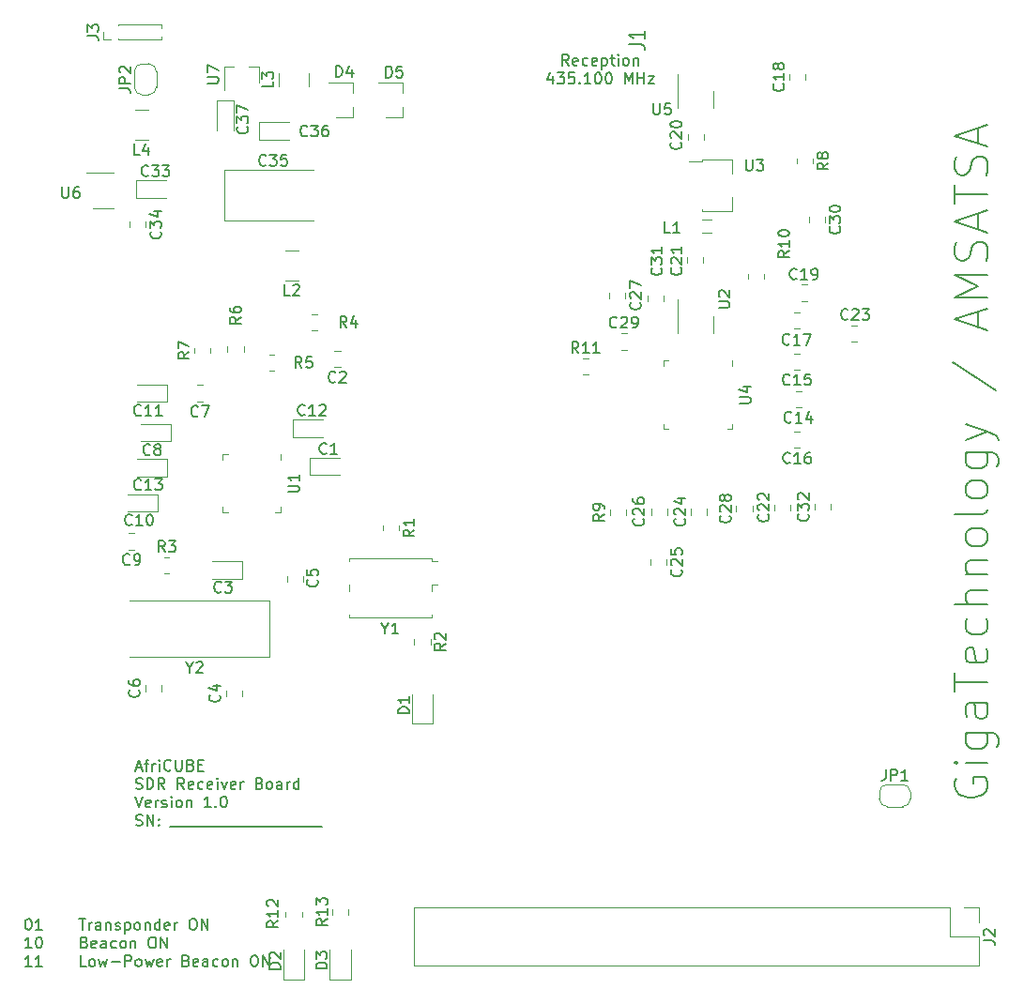
<source format=gbr>
%TF.GenerationSoftware,KiCad,Pcbnew,5.1.5+dfsg1-2build2*%
%TF.CreationDate,2021-02-28T15:53:15+02:00*%
%TF.ProjectId,msisdr,6d736973-6472-42e6-9b69-6361645f7063,Version 1.0*%
%TF.SameCoordinates,Original*%
%TF.FileFunction,Legend,Top*%
%TF.FilePolarity,Positive*%
%FSLAX46Y46*%
G04 Gerber Fmt 4.6, Leading zero omitted, Abs format (unit mm)*
G04 Created by KiCad (PCBNEW 5.1.5+dfsg1-2build2) date 2021-02-28 15:53:15*
%MOMM*%
%LPD*%
G04 APERTURE LIST*
%ADD10C,0.150000*%
%ADD11C,0.120000*%
%ADD12C,0.200000*%
G04 APERTURE END LIST*
D10*
X166025700Y-128537900D02*
X165882842Y-128823614D01*
X165882842Y-129252185D01*
X166025700Y-129680757D01*
X166311414Y-129966471D01*
X166597128Y-130109328D01*
X167168557Y-130252185D01*
X167597128Y-130252185D01*
X168168557Y-130109328D01*
X168454271Y-129966471D01*
X168739985Y-129680757D01*
X168882842Y-129252185D01*
X168882842Y-128966471D01*
X168739985Y-128537900D01*
X168597128Y-128395042D01*
X167597128Y-128395042D01*
X167597128Y-128966471D01*
X168882842Y-127109328D02*
X166882842Y-127109328D01*
X165882842Y-127109328D02*
X166025700Y-127252185D01*
X166168557Y-127109328D01*
X166025700Y-126966471D01*
X165882842Y-127109328D01*
X166168557Y-127109328D01*
X166882842Y-124395042D02*
X169311414Y-124395042D01*
X169597128Y-124537900D01*
X169739985Y-124680757D01*
X169882842Y-124966471D01*
X169882842Y-125395042D01*
X169739985Y-125680757D01*
X168739985Y-124395042D02*
X168882842Y-124680757D01*
X168882842Y-125252185D01*
X168739985Y-125537900D01*
X168597128Y-125680757D01*
X168311414Y-125823614D01*
X167454271Y-125823614D01*
X167168557Y-125680757D01*
X167025700Y-125537900D01*
X166882842Y-125252185D01*
X166882842Y-124680757D01*
X167025700Y-124395042D01*
X168882842Y-121680757D02*
X167311414Y-121680757D01*
X167025700Y-121823614D01*
X166882842Y-122109328D01*
X166882842Y-122680757D01*
X167025700Y-122966471D01*
X168739985Y-121680757D02*
X168882842Y-121966471D01*
X168882842Y-122680757D01*
X168739985Y-122966471D01*
X168454271Y-123109328D01*
X168168557Y-123109328D01*
X167882842Y-122966471D01*
X167739985Y-122680757D01*
X167739985Y-121966471D01*
X167597128Y-121680757D01*
X165882842Y-120680757D02*
X165882842Y-118966471D01*
X168882842Y-119823614D02*
X165882842Y-119823614D01*
X168739985Y-116823614D02*
X168882842Y-117109328D01*
X168882842Y-117680757D01*
X168739985Y-117966471D01*
X168454271Y-118109328D01*
X167311414Y-118109328D01*
X167025700Y-117966471D01*
X166882842Y-117680757D01*
X166882842Y-117109328D01*
X167025700Y-116823614D01*
X167311414Y-116680757D01*
X167597128Y-116680757D01*
X167882842Y-118109328D01*
X168739985Y-114109328D02*
X168882842Y-114395042D01*
X168882842Y-114966471D01*
X168739985Y-115252185D01*
X168597128Y-115395042D01*
X168311414Y-115537900D01*
X167454271Y-115537900D01*
X167168557Y-115395042D01*
X167025700Y-115252185D01*
X166882842Y-114966471D01*
X166882842Y-114395042D01*
X167025700Y-114109328D01*
X168882842Y-112823614D02*
X165882842Y-112823614D01*
X168882842Y-111537900D02*
X167311414Y-111537900D01*
X167025700Y-111680757D01*
X166882842Y-111966471D01*
X166882842Y-112395042D01*
X167025700Y-112680757D01*
X167168557Y-112823614D01*
X166882842Y-110109328D02*
X168882842Y-110109328D01*
X167168557Y-110109328D02*
X167025700Y-109966471D01*
X166882842Y-109680757D01*
X166882842Y-109252185D01*
X167025700Y-108966471D01*
X167311414Y-108823614D01*
X168882842Y-108823614D01*
X168882842Y-106966471D02*
X168739985Y-107252185D01*
X168597128Y-107395042D01*
X168311414Y-107537900D01*
X167454271Y-107537900D01*
X167168557Y-107395042D01*
X167025700Y-107252185D01*
X166882842Y-106966471D01*
X166882842Y-106537900D01*
X167025700Y-106252185D01*
X167168557Y-106109328D01*
X167454271Y-105966471D01*
X168311414Y-105966471D01*
X168597128Y-106109328D01*
X168739985Y-106252185D01*
X168882842Y-106537900D01*
X168882842Y-106966471D01*
X168882842Y-104252185D02*
X168739985Y-104537900D01*
X168454271Y-104680757D01*
X165882842Y-104680757D01*
X168882842Y-102680757D02*
X168739985Y-102966471D01*
X168597128Y-103109328D01*
X168311414Y-103252185D01*
X167454271Y-103252185D01*
X167168557Y-103109328D01*
X167025700Y-102966471D01*
X166882842Y-102680757D01*
X166882842Y-102252185D01*
X167025700Y-101966471D01*
X167168557Y-101823614D01*
X167454271Y-101680757D01*
X168311414Y-101680757D01*
X168597128Y-101823614D01*
X168739985Y-101966471D01*
X168882842Y-102252185D01*
X168882842Y-102680757D01*
X166882842Y-99109328D02*
X169311414Y-99109328D01*
X169597128Y-99252185D01*
X169739985Y-99395042D01*
X169882842Y-99680757D01*
X169882842Y-100109328D01*
X169739985Y-100395042D01*
X168739985Y-99109328D02*
X168882842Y-99395042D01*
X168882842Y-99966471D01*
X168739985Y-100252185D01*
X168597128Y-100395042D01*
X168311414Y-100537900D01*
X167454271Y-100537900D01*
X167168557Y-100395042D01*
X167025700Y-100252185D01*
X166882842Y-99966471D01*
X166882842Y-99395042D01*
X167025700Y-99109328D01*
X166882842Y-97966471D02*
X168882842Y-97252185D01*
X166882842Y-96537900D02*
X168882842Y-97252185D01*
X169597128Y-97537900D01*
X169739985Y-97680757D01*
X169882842Y-97966471D01*
X165739985Y-90966471D02*
X169597128Y-93537900D01*
X168025700Y-87823614D02*
X168025700Y-86395042D01*
X168882842Y-88109328D02*
X165882842Y-87109328D01*
X168882842Y-86109328D01*
X168882842Y-85109328D02*
X165882842Y-85109328D01*
X168025700Y-84109328D01*
X165882842Y-83109328D01*
X168882842Y-83109328D01*
X168739985Y-81823614D02*
X168882842Y-81395042D01*
X168882842Y-80680757D01*
X168739985Y-80395042D01*
X168597128Y-80252185D01*
X168311414Y-80109328D01*
X168025700Y-80109328D01*
X167739985Y-80252185D01*
X167597128Y-80395042D01*
X167454271Y-80680757D01*
X167311414Y-81252185D01*
X167168557Y-81537900D01*
X167025700Y-81680757D01*
X166739985Y-81823614D01*
X166454271Y-81823614D01*
X166168557Y-81680757D01*
X166025700Y-81537900D01*
X165882842Y-81252185D01*
X165882842Y-80537900D01*
X166025700Y-80109328D01*
X168025700Y-78966471D02*
X168025700Y-77537900D01*
X168882842Y-79252185D02*
X165882842Y-78252185D01*
X168882842Y-77252185D01*
X165882842Y-76680757D02*
X165882842Y-74966471D01*
X168882842Y-75823614D02*
X165882842Y-75823614D01*
X168739985Y-74109328D02*
X168882842Y-73680757D01*
X168882842Y-72966471D01*
X168739985Y-72680757D01*
X168597128Y-72537900D01*
X168311414Y-72395042D01*
X168025700Y-72395042D01*
X167739985Y-72537900D01*
X167597128Y-72680757D01*
X167454271Y-72966471D01*
X167311414Y-73537900D01*
X167168557Y-73823614D01*
X167025700Y-73966471D01*
X166739985Y-74109328D01*
X166454271Y-74109328D01*
X166168557Y-73966471D01*
X166025700Y-73823614D01*
X165882842Y-73537900D01*
X165882842Y-72823614D01*
X166025700Y-72395042D01*
X168025700Y-71252185D02*
X168025700Y-69823614D01*
X168882842Y-71537900D02*
X165882842Y-70537900D01*
X168882842Y-69537900D01*
X82301371Y-141198080D02*
X82396609Y-141198080D01*
X82491847Y-141245700D01*
X82539466Y-141293319D01*
X82587085Y-141388557D01*
X82634704Y-141579033D01*
X82634704Y-141817128D01*
X82587085Y-142007604D01*
X82539466Y-142102842D01*
X82491847Y-142150461D01*
X82396609Y-142198080D01*
X82301371Y-142198080D01*
X82206133Y-142150461D01*
X82158514Y-142102842D01*
X82110895Y-142007604D01*
X82063276Y-141817128D01*
X82063276Y-141579033D01*
X82110895Y-141388557D01*
X82158514Y-141293319D01*
X82206133Y-141245700D01*
X82301371Y-141198080D01*
X83587085Y-142198080D02*
X83015657Y-142198080D01*
X83301371Y-142198080D02*
X83301371Y-141198080D01*
X83206133Y-141340938D01*
X83110895Y-141436176D01*
X83015657Y-141483795D01*
X86920419Y-141198080D02*
X87491847Y-141198080D01*
X87206133Y-142198080D02*
X87206133Y-141198080D01*
X87825180Y-142198080D02*
X87825180Y-141531414D01*
X87825180Y-141721890D02*
X87872800Y-141626652D01*
X87920419Y-141579033D01*
X88015657Y-141531414D01*
X88110895Y-141531414D01*
X88872800Y-142198080D02*
X88872800Y-141674271D01*
X88825180Y-141579033D01*
X88729942Y-141531414D01*
X88539466Y-141531414D01*
X88444228Y-141579033D01*
X88872800Y-142150461D02*
X88777561Y-142198080D01*
X88539466Y-142198080D01*
X88444228Y-142150461D01*
X88396609Y-142055223D01*
X88396609Y-141959985D01*
X88444228Y-141864747D01*
X88539466Y-141817128D01*
X88777561Y-141817128D01*
X88872800Y-141769509D01*
X89348990Y-141531414D02*
X89348990Y-142198080D01*
X89348990Y-141626652D02*
X89396609Y-141579033D01*
X89491847Y-141531414D01*
X89634704Y-141531414D01*
X89729942Y-141579033D01*
X89777561Y-141674271D01*
X89777561Y-142198080D01*
X90206133Y-142150461D02*
X90301371Y-142198080D01*
X90491847Y-142198080D01*
X90587085Y-142150461D01*
X90634704Y-142055223D01*
X90634704Y-142007604D01*
X90587085Y-141912366D01*
X90491847Y-141864747D01*
X90348990Y-141864747D01*
X90253752Y-141817128D01*
X90206133Y-141721890D01*
X90206133Y-141674271D01*
X90253752Y-141579033D01*
X90348990Y-141531414D01*
X90491847Y-141531414D01*
X90587085Y-141579033D01*
X91063276Y-141531414D02*
X91063276Y-142531414D01*
X91063276Y-141579033D02*
X91158514Y-141531414D01*
X91348990Y-141531414D01*
X91444228Y-141579033D01*
X91491847Y-141626652D01*
X91539466Y-141721890D01*
X91539466Y-142007604D01*
X91491847Y-142102842D01*
X91444228Y-142150461D01*
X91348990Y-142198080D01*
X91158514Y-142198080D01*
X91063276Y-142150461D01*
X92110895Y-142198080D02*
X92015657Y-142150461D01*
X91968038Y-142102842D01*
X91920419Y-142007604D01*
X91920419Y-141721890D01*
X91968038Y-141626652D01*
X92015657Y-141579033D01*
X92110895Y-141531414D01*
X92253752Y-141531414D01*
X92348990Y-141579033D01*
X92396609Y-141626652D01*
X92444228Y-141721890D01*
X92444228Y-142007604D01*
X92396609Y-142102842D01*
X92348990Y-142150461D01*
X92253752Y-142198080D01*
X92110895Y-142198080D01*
X92872800Y-141531414D02*
X92872800Y-142198080D01*
X92872800Y-141626652D02*
X92920419Y-141579033D01*
X93015657Y-141531414D01*
X93158514Y-141531414D01*
X93253752Y-141579033D01*
X93301371Y-141674271D01*
X93301371Y-142198080D01*
X94206133Y-142198080D02*
X94206133Y-141198080D01*
X94206133Y-142150461D02*
X94110895Y-142198080D01*
X93920419Y-142198080D01*
X93825180Y-142150461D01*
X93777561Y-142102842D01*
X93729942Y-142007604D01*
X93729942Y-141721890D01*
X93777561Y-141626652D01*
X93825180Y-141579033D01*
X93920419Y-141531414D01*
X94110895Y-141531414D01*
X94206133Y-141579033D01*
X95063276Y-142150461D02*
X94968038Y-142198080D01*
X94777561Y-142198080D01*
X94682323Y-142150461D01*
X94634704Y-142055223D01*
X94634704Y-141674271D01*
X94682323Y-141579033D01*
X94777561Y-141531414D01*
X94968038Y-141531414D01*
X95063276Y-141579033D01*
X95110895Y-141674271D01*
X95110895Y-141769509D01*
X94634704Y-141864747D01*
X95539466Y-142198080D02*
X95539466Y-141531414D01*
X95539466Y-141721890D02*
X95587085Y-141626652D01*
X95634704Y-141579033D01*
X95729942Y-141531414D01*
X95825180Y-141531414D01*
X97110895Y-141198080D02*
X97301371Y-141198080D01*
X97396609Y-141245700D01*
X97491847Y-141340938D01*
X97539466Y-141531414D01*
X97539466Y-141864747D01*
X97491847Y-142055223D01*
X97396609Y-142150461D01*
X97301371Y-142198080D01*
X97110895Y-142198080D01*
X97015657Y-142150461D01*
X96920419Y-142055223D01*
X96872800Y-141864747D01*
X96872800Y-141531414D01*
X96920419Y-141340938D01*
X97015657Y-141245700D01*
X97110895Y-141198080D01*
X97968038Y-142198080D02*
X97968038Y-141198080D01*
X98539466Y-142198080D01*
X98539466Y-141198080D01*
X82634704Y-143848080D02*
X82063276Y-143848080D01*
X82348990Y-143848080D02*
X82348990Y-142848080D01*
X82253752Y-142990938D01*
X82158514Y-143086176D01*
X82063276Y-143133795D01*
X83253752Y-142848080D02*
X83348990Y-142848080D01*
X83444228Y-142895700D01*
X83491847Y-142943319D01*
X83539466Y-143038557D01*
X83587085Y-143229033D01*
X83587085Y-143467128D01*
X83539466Y-143657604D01*
X83491847Y-143752842D01*
X83444228Y-143800461D01*
X83348990Y-143848080D01*
X83253752Y-143848080D01*
X83158514Y-143800461D01*
X83110895Y-143752842D01*
X83063276Y-143657604D01*
X83015657Y-143467128D01*
X83015657Y-143229033D01*
X83063276Y-143038557D01*
X83110895Y-142943319D01*
X83158514Y-142895700D01*
X83253752Y-142848080D01*
X87396609Y-143324271D02*
X87539466Y-143371890D01*
X87587085Y-143419509D01*
X87634704Y-143514747D01*
X87634704Y-143657604D01*
X87587085Y-143752842D01*
X87539466Y-143800461D01*
X87444228Y-143848080D01*
X87063276Y-143848080D01*
X87063276Y-142848080D01*
X87396609Y-142848080D01*
X87491847Y-142895700D01*
X87539466Y-142943319D01*
X87587085Y-143038557D01*
X87587085Y-143133795D01*
X87539466Y-143229033D01*
X87491847Y-143276652D01*
X87396609Y-143324271D01*
X87063276Y-143324271D01*
X88444228Y-143800461D02*
X88348990Y-143848080D01*
X88158514Y-143848080D01*
X88063276Y-143800461D01*
X88015657Y-143705223D01*
X88015657Y-143324271D01*
X88063276Y-143229033D01*
X88158514Y-143181414D01*
X88348990Y-143181414D01*
X88444228Y-143229033D01*
X88491847Y-143324271D01*
X88491847Y-143419509D01*
X88015657Y-143514747D01*
X89348990Y-143848080D02*
X89348990Y-143324271D01*
X89301371Y-143229033D01*
X89206133Y-143181414D01*
X89015657Y-143181414D01*
X88920419Y-143229033D01*
X89348990Y-143800461D02*
X89253752Y-143848080D01*
X89015657Y-143848080D01*
X88920419Y-143800461D01*
X88872800Y-143705223D01*
X88872800Y-143609985D01*
X88920419Y-143514747D01*
X89015657Y-143467128D01*
X89253752Y-143467128D01*
X89348990Y-143419509D01*
X90253752Y-143800461D02*
X90158514Y-143848080D01*
X89968038Y-143848080D01*
X89872800Y-143800461D01*
X89825180Y-143752842D01*
X89777561Y-143657604D01*
X89777561Y-143371890D01*
X89825180Y-143276652D01*
X89872800Y-143229033D01*
X89968038Y-143181414D01*
X90158514Y-143181414D01*
X90253752Y-143229033D01*
X90825180Y-143848080D02*
X90729942Y-143800461D01*
X90682323Y-143752842D01*
X90634704Y-143657604D01*
X90634704Y-143371890D01*
X90682323Y-143276652D01*
X90729942Y-143229033D01*
X90825180Y-143181414D01*
X90968038Y-143181414D01*
X91063276Y-143229033D01*
X91110895Y-143276652D01*
X91158514Y-143371890D01*
X91158514Y-143657604D01*
X91110895Y-143752842D01*
X91063276Y-143800461D01*
X90968038Y-143848080D01*
X90825180Y-143848080D01*
X91587085Y-143181414D02*
X91587085Y-143848080D01*
X91587085Y-143276652D02*
X91634704Y-143229033D01*
X91729942Y-143181414D01*
X91872800Y-143181414D01*
X91968038Y-143229033D01*
X92015657Y-143324271D01*
X92015657Y-143848080D01*
X93444228Y-142848080D02*
X93634704Y-142848080D01*
X93729942Y-142895700D01*
X93825180Y-142990938D01*
X93872800Y-143181414D01*
X93872800Y-143514747D01*
X93825180Y-143705223D01*
X93729942Y-143800461D01*
X93634704Y-143848080D01*
X93444228Y-143848080D01*
X93348990Y-143800461D01*
X93253752Y-143705223D01*
X93206133Y-143514747D01*
X93206133Y-143181414D01*
X93253752Y-142990938D01*
X93348990Y-142895700D01*
X93444228Y-142848080D01*
X94301371Y-143848080D02*
X94301371Y-142848080D01*
X94872800Y-143848080D01*
X94872800Y-142848080D01*
X82634704Y-145498080D02*
X82063276Y-145498080D01*
X82348990Y-145498080D02*
X82348990Y-144498080D01*
X82253752Y-144640938D01*
X82158514Y-144736176D01*
X82063276Y-144783795D01*
X83587085Y-145498080D02*
X83015657Y-145498080D01*
X83301371Y-145498080D02*
X83301371Y-144498080D01*
X83206133Y-144640938D01*
X83110895Y-144736176D01*
X83015657Y-144783795D01*
X87539466Y-145498080D02*
X87063276Y-145498080D01*
X87063276Y-144498080D01*
X88015657Y-145498080D02*
X87920419Y-145450461D01*
X87872800Y-145402842D01*
X87825180Y-145307604D01*
X87825180Y-145021890D01*
X87872800Y-144926652D01*
X87920419Y-144879033D01*
X88015657Y-144831414D01*
X88158514Y-144831414D01*
X88253752Y-144879033D01*
X88301371Y-144926652D01*
X88348990Y-145021890D01*
X88348990Y-145307604D01*
X88301371Y-145402842D01*
X88253752Y-145450461D01*
X88158514Y-145498080D01*
X88015657Y-145498080D01*
X88682323Y-144831414D02*
X88872800Y-145498080D01*
X89063276Y-145021890D01*
X89253752Y-145498080D01*
X89444228Y-144831414D01*
X89825180Y-145117128D02*
X90587085Y-145117128D01*
X91063276Y-145498080D02*
X91063276Y-144498080D01*
X91444228Y-144498080D01*
X91539466Y-144545700D01*
X91587085Y-144593319D01*
X91634704Y-144688557D01*
X91634704Y-144831414D01*
X91587085Y-144926652D01*
X91539466Y-144974271D01*
X91444228Y-145021890D01*
X91063276Y-145021890D01*
X92206133Y-145498080D02*
X92110895Y-145450461D01*
X92063276Y-145402842D01*
X92015657Y-145307604D01*
X92015657Y-145021890D01*
X92063276Y-144926652D01*
X92110895Y-144879033D01*
X92206133Y-144831414D01*
X92348990Y-144831414D01*
X92444228Y-144879033D01*
X92491847Y-144926652D01*
X92539466Y-145021890D01*
X92539466Y-145307604D01*
X92491847Y-145402842D01*
X92444228Y-145450461D01*
X92348990Y-145498080D01*
X92206133Y-145498080D01*
X92872800Y-144831414D02*
X93063276Y-145498080D01*
X93253752Y-145021890D01*
X93444228Y-145498080D01*
X93634704Y-144831414D01*
X94396609Y-145450461D02*
X94301371Y-145498080D01*
X94110895Y-145498080D01*
X94015657Y-145450461D01*
X93968038Y-145355223D01*
X93968038Y-144974271D01*
X94015657Y-144879033D01*
X94110895Y-144831414D01*
X94301371Y-144831414D01*
X94396609Y-144879033D01*
X94444228Y-144974271D01*
X94444228Y-145069509D01*
X93968038Y-145164747D01*
X94872800Y-145498080D02*
X94872800Y-144831414D01*
X94872800Y-145021890D02*
X94920419Y-144926652D01*
X94968038Y-144879033D01*
X95063276Y-144831414D01*
X95158514Y-144831414D01*
X96587085Y-144974271D02*
X96729942Y-145021890D01*
X96777561Y-145069509D01*
X96825180Y-145164747D01*
X96825180Y-145307604D01*
X96777561Y-145402842D01*
X96729942Y-145450461D01*
X96634704Y-145498080D01*
X96253752Y-145498080D01*
X96253752Y-144498080D01*
X96587085Y-144498080D01*
X96682323Y-144545700D01*
X96729942Y-144593319D01*
X96777561Y-144688557D01*
X96777561Y-144783795D01*
X96729942Y-144879033D01*
X96682323Y-144926652D01*
X96587085Y-144974271D01*
X96253752Y-144974271D01*
X97634704Y-145450461D02*
X97539466Y-145498080D01*
X97348990Y-145498080D01*
X97253752Y-145450461D01*
X97206133Y-145355223D01*
X97206133Y-144974271D01*
X97253752Y-144879033D01*
X97348990Y-144831414D01*
X97539466Y-144831414D01*
X97634704Y-144879033D01*
X97682323Y-144974271D01*
X97682323Y-145069509D01*
X97206133Y-145164747D01*
X98539466Y-145498080D02*
X98539466Y-144974271D01*
X98491847Y-144879033D01*
X98396609Y-144831414D01*
X98206133Y-144831414D01*
X98110895Y-144879033D01*
X98539466Y-145450461D02*
X98444228Y-145498080D01*
X98206133Y-145498080D01*
X98110895Y-145450461D01*
X98063276Y-145355223D01*
X98063276Y-145259985D01*
X98110895Y-145164747D01*
X98206133Y-145117128D01*
X98444228Y-145117128D01*
X98539466Y-145069509D01*
X99444228Y-145450461D02*
X99348990Y-145498080D01*
X99158514Y-145498080D01*
X99063276Y-145450461D01*
X99015657Y-145402842D01*
X98968038Y-145307604D01*
X98968038Y-145021890D01*
X99015657Y-144926652D01*
X99063276Y-144879033D01*
X99158514Y-144831414D01*
X99348990Y-144831414D01*
X99444228Y-144879033D01*
X100015657Y-145498080D02*
X99920419Y-145450461D01*
X99872800Y-145402842D01*
X99825180Y-145307604D01*
X99825180Y-145021890D01*
X99872800Y-144926652D01*
X99920419Y-144879033D01*
X100015657Y-144831414D01*
X100158514Y-144831414D01*
X100253752Y-144879033D01*
X100301371Y-144926652D01*
X100348990Y-145021890D01*
X100348990Y-145307604D01*
X100301371Y-145402842D01*
X100253752Y-145450461D01*
X100158514Y-145498080D01*
X100015657Y-145498080D01*
X100777561Y-144831414D02*
X100777561Y-145498080D01*
X100777561Y-144926652D02*
X100825180Y-144879033D01*
X100920419Y-144831414D01*
X101063276Y-144831414D01*
X101158514Y-144879033D01*
X101206133Y-144974271D01*
X101206133Y-145498080D01*
X102634704Y-144498080D02*
X102825180Y-144498080D01*
X102920419Y-144545700D01*
X103015657Y-144640938D01*
X103063276Y-144831414D01*
X103063276Y-145164747D01*
X103015657Y-145355223D01*
X102920419Y-145450461D01*
X102825180Y-145498080D01*
X102634704Y-145498080D01*
X102539466Y-145450461D01*
X102444228Y-145355223D01*
X102396609Y-145164747D01*
X102396609Y-144831414D01*
X102444228Y-144640938D01*
X102539466Y-144545700D01*
X102634704Y-144498080D01*
X103491847Y-145498080D02*
X103491847Y-144498080D01*
X104063276Y-145498080D01*
X104063276Y-144498080D01*
X131089757Y-64194180D02*
X130756423Y-63717990D01*
X130518328Y-64194180D02*
X130518328Y-63194180D01*
X130899280Y-63194180D01*
X130994519Y-63241800D01*
X131042138Y-63289419D01*
X131089757Y-63384657D01*
X131089757Y-63527514D01*
X131042138Y-63622752D01*
X130994519Y-63670371D01*
X130899280Y-63717990D01*
X130518328Y-63717990D01*
X131899280Y-64146561D02*
X131804042Y-64194180D01*
X131613566Y-64194180D01*
X131518328Y-64146561D01*
X131470709Y-64051323D01*
X131470709Y-63670371D01*
X131518328Y-63575133D01*
X131613566Y-63527514D01*
X131804042Y-63527514D01*
X131899280Y-63575133D01*
X131946900Y-63670371D01*
X131946900Y-63765609D01*
X131470709Y-63860847D01*
X132804042Y-64146561D02*
X132708804Y-64194180D01*
X132518328Y-64194180D01*
X132423090Y-64146561D01*
X132375471Y-64098942D01*
X132327852Y-64003704D01*
X132327852Y-63717990D01*
X132375471Y-63622752D01*
X132423090Y-63575133D01*
X132518328Y-63527514D01*
X132708804Y-63527514D01*
X132804042Y-63575133D01*
X133613566Y-64146561D02*
X133518328Y-64194180D01*
X133327852Y-64194180D01*
X133232614Y-64146561D01*
X133184995Y-64051323D01*
X133184995Y-63670371D01*
X133232614Y-63575133D01*
X133327852Y-63527514D01*
X133518328Y-63527514D01*
X133613566Y-63575133D01*
X133661185Y-63670371D01*
X133661185Y-63765609D01*
X133184995Y-63860847D01*
X134089757Y-63527514D02*
X134089757Y-64527514D01*
X134089757Y-63575133D02*
X134184995Y-63527514D01*
X134375471Y-63527514D01*
X134470709Y-63575133D01*
X134518328Y-63622752D01*
X134565947Y-63717990D01*
X134565947Y-64003704D01*
X134518328Y-64098942D01*
X134470709Y-64146561D01*
X134375471Y-64194180D01*
X134184995Y-64194180D01*
X134089757Y-64146561D01*
X134851661Y-63527514D02*
X135232614Y-63527514D01*
X134994519Y-63194180D02*
X134994519Y-64051323D01*
X135042138Y-64146561D01*
X135137376Y-64194180D01*
X135232614Y-64194180D01*
X135565947Y-64194180D02*
X135565947Y-63527514D01*
X135565947Y-63194180D02*
X135518328Y-63241800D01*
X135565947Y-63289419D01*
X135613566Y-63241800D01*
X135565947Y-63194180D01*
X135565947Y-63289419D01*
X136184995Y-64194180D02*
X136089757Y-64146561D01*
X136042138Y-64098942D01*
X135994519Y-64003704D01*
X135994519Y-63717990D01*
X136042138Y-63622752D01*
X136089757Y-63575133D01*
X136184995Y-63527514D01*
X136327852Y-63527514D01*
X136423090Y-63575133D01*
X136470709Y-63622752D01*
X136518328Y-63717990D01*
X136518328Y-64003704D01*
X136470709Y-64098942D01*
X136423090Y-64146561D01*
X136327852Y-64194180D01*
X136184995Y-64194180D01*
X136946900Y-63527514D02*
X136946900Y-64194180D01*
X136946900Y-63622752D02*
X136994519Y-63575133D01*
X137089757Y-63527514D01*
X137232614Y-63527514D01*
X137327852Y-63575133D01*
X137375471Y-63670371D01*
X137375471Y-64194180D01*
X129637376Y-65177514D02*
X129637376Y-65844180D01*
X129399280Y-64796561D02*
X129161185Y-65510847D01*
X129780233Y-65510847D01*
X130065947Y-64844180D02*
X130684995Y-64844180D01*
X130351661Y-65225133D01*
X130494519Y-65225133D01*
X130589757Y-65272752D01*
X130637376Y-65320371D01*
X130684995Y-65415609D01*
X130684995Y-65653704D01*
X130637376Y-65748942D01*
X130589757Y-65796561D01*
X130494519Y-65844180D01*
X130208804Y-65844180D01*
X130113566Y-65796561D01*
X130065947Y-65748942D01*
X131589757Y-64844180D02*
X131113566Y-64844180D01*
X131065947Y-65320371D01*
X131113566Y-65272752D01*
X131208804Y-65225133D01*
X131446900Y-65225133D01*
X131542138Y-65272752D01*
X131589757Y-65320371D01*
X131637376Y-65415609D01*
X131637376Y-65653704D01*
X131589757Y-65748942D01*
X131542138Y-65796561D01*
X131446900Y-65844180D01*
X131208804Y-65844180D01*
X131113566Y-65796561D01*
X131065947Y-65748942D01*
X132065947Y-65748942D02*
X132113566Y-65796561D01*
X132065947Y-65844180D01*
X132018328Y-65796561D01*
X132065947Y-65748942D01*
X132065947Y-65844180D01*
X133065947Y-65844180D02*
X132494519Y-65844180D01*
X132780233Y-65844180D02*
X132780233Y-64844180D01*
X132684995Y-64987038D01*
X132589757Y-65082276D01*
X132494519Y-65129895D01*
X133684995Y-64844180D02*
X133780233Y-64844180D01*
X133875471Y-64891800D01*
X133923090Y-64939419D01*
X133970709Y-65034657D01*
X134018328Y-65225133D01*
X134018328Y-65463228D01*
X133970709Y-65653704D01*
X133923090Y-65748942D01*
X133875471Y-65796561D01*
X133780233Y-65844180D01*
X133684995Y-65844180D01*
X133589757Y-65796561D01*
X133542138Y-65748942D01*
X133494519Y-65653704D01*
X133446900Y-65463228D01*
X133446900Y-65225133D01*
X133494519Y-65034657D01*
X133542138Y-64939419D01*
X133589757Y-64891800D01*
X133684995Y-64844180D01*
X134637376Y-64844180D02*
X134732614Y-64844180D01*
X134827852Y-64891800D01*
X134875471Y-64939419D01*
X134923090Y-65034657D01*
X134970709Y-65225133D01*
X134970709Y-65463228D01*
X134923090Y-65653704D01*
X134875471Y-65748942D01*
X134827852Y-65796561D01*
X134732614Y-65844180D01*
X134637376Y-65844180D01*
X134542138Y-65796561D01*
X134494519Y-65748942D01*
X134446900Y-65653704D01*
X134399280Y-65463228D01*
X134399280Y-65225133D01*
X134446900Y-65034657D01*
X134494519Y-64939419D01*
X134542138Y-64891800D01*
X134637376Y-64844180D01*
X136161185Y-65844180D02*
X136161185Y-64844180D01*
X136494519Y-65558466D01*
X136827852Y-64844180D01*
X136827852Y-65844180D01*
X137304042Y-65844180D02*
X137304042Y-64844180D01*
X137304042Y-65320371D02*
X137875471Y-65320371D01*
X137875471Y-65844180D02*
X137875471Y-64844180D01*
X138256423Y-65177514D02*
X138780233Y-65177514D01*
X138256423Y-65844180D01*
X138780233Y-65844180D01*
X92058176Y-127561866D02*
X92534366Y-127561866D01*
X91962938Y-127847580D02*
X92296271Y-126847580D01*
X92629604Y-127847580D01*
X92820080Y-127180914D02*
X93201033Y-127180914D01*
X92962938Y-127847580D02*
X92962938Y-126990438D01*
X93010557Y-126895200D01*
X93105795Y-126847580D01*
X93201033Y-126847580D01*
X93534366Y-127847580D02*
X93534366Y-127180914D01*
X93534366Y-127371390D02*
X93581985Y-127276152D01*
X93629604Y-127228533D01*
X93724842Y-127180914D01*
X93820080Y-127180914D01*
X94153414Y-127847580D02*
X94153414Y-127180914D01*
X94153414Y-126847580D02*
X94105795Y-126895200D01*
X94153414Y-126942819D01*
X94201033Y-126895200D01*
X94153414Y-126847580D01*
X94153414Y-126942819D01*
X95201033Y-127752342D02*
X95153414Y-127799961D01*
X95010557Y-127847580D01*
X94915319Y-127847580D01*
X94772461Y-127799961D01*
X94677223Y-127704723D01*
X94629604Y-127609485D01*
X94581985Y-127419009D01*
X94581985Y-127276152D01*
X94629604Y-127085676D01*
X94677223Y-126990438D01*
X94772461Y-126895200D01*
X94915319Y-126847580D01*
X95010557Y-126847580D01*
X95153414Y-126895200D01*
X95201033Y-126942819D01*
X95629604Y-126847580D02*
X95629604Y-127657104D01*
X95677223Y-127752342D01*
X95724842Y-127799961D01*
X95820080Y-127847580D01*
X96010557Y-127847580D01*
X96105795Y-127799961D01*
X96153414Y-127752342D01*
X96201033Y-127657104D01*
X96201033Y-126847580D01*
X97010557Y-127323771D02*
X97153414Y-127371390D01*
X97201033Y-127419009D01*
X97248652Y-127514247D01*
X97248652Y-127657104D01*
X97201033Y-127752342D01*
X97153414Y-127799961D01*
X97058176Y-127847580D01*
X96677223Y-127847580D01*
X96677223Y-126847580D01*
X97010557Y-126847580D01*
X97105795Y-126895200D01*
X97153414Y-126942819D01*
X97201033Y-127038057D01*
X97201033Y-127133295D01*
X97153414Y-127228533D01*
X97105795Y-127276152D01*
X97010557Y-127323771D01*
X96677223Y-127323771D01*
X97677223Y-127323771D02*
X98010557Y-127323771D01*
X98153414Y-127847580D02*
X97677223Y-127847580D01*
X97677223Y-126847580D01*
X98153414Y-126847580D01*
X92058176Y-129449961D02*
X92201033Y-129497580D01*
X92439128Y-129497580D01*
X92534366Y-129449961D01*
X92581985Y-129402342D01*
X92629604Y-129307104D01*
X92629604Y-129211866D01*
X92581985Y-129116628D01*
X92534366Y-129069009D01*
X92439128Y-129021390D01*
X92248652Y-128973771D01*
X92153414Y-128926152D01*
X92105795Y-128878533D01*
X92058176Y-128783295D01*
X92058176Y-128688057D01*
X92105795Y-128592819D01*
X92153414Y-128545200D01*
X92248652Y-128497580D01*
X92486747Y-128497580D01*
X92629604Y-128545200D01*
X93058176Y-129497580D02*
X93058176Y-128497580D01*
X93296271Y-128497580D01*
X93439128Y-128545200D01*
X93534366Y-128640438D01*
X93581985Y-128735676D01*
X93629604Y-128926152D01*
X93629604Y-129069009D01*
X93581985Y-129259485D01*
X93534366Y-129354723D01*
X93439128Y-129449961D01*
X93296271Y-129497580D01*
X93058176Y-129497580D01*
X94629604Y-129497580D02*
X94296271Y-129021390D01*
X94058176Y-129497580D02*
X94058176Y-128497580D01*
X94439128Y-128497580D01*
X94534366Y-128545200D01*
X94581985Y-128592819D01*
X94629604Y-128688057D01*
X94629604Y-128830914D01*
X94581985Y-128926152D01*
X94534366Y-128973771D01*
X94439128Y-129021390D01*
X94058176Y-129021390D01*
X96391509Y-129497580D02*
X96058176Y-129021390D01*
X95820080Y-129497580D02*
X95820080Y-128497580D01*
X96201033Y-128497580D01*
X96296271Y-128545200D01*
X96343890Y-128592819D01*
X96391509Y-128688057D01*
X96391509Y-128830914D01*
X96343890Y-128926152D01*
X96296271Y-128973771D01*
X96201033Y-129021390D01*
X95820080Y-129021390D01*
X97201033Y-129449961D02*
X97105795Y-129497580D01*
X96915319Y-129497580D01*
X96820080Y-129449961D01*
X96772461Y-129354723D01*
X96772461Y-128973771D01*
X96820080Y-128878533D01*
X96915319Y-128830914D01*
X97105795Y-128830914D01*
X97201033Y-128878533D01*
X97248652Y-128973771D01*
X97248652Y-129069009D01*
X96772461Y-129164247D01*
X98105795Y-129449961D02*
X98010557Y-129497580D01*
X97820080Y-129497580D01*
X97724842Y-129449961D01*
X97677223Y-129402342D01*
X97629604Y-129307104D01*
X97629604Y-129021390D01*
X97677223Y-128926152D01*
X97724842Y-128878533D01*
X97820080Y-128830914D01*
X98010557Y-128830914D01*
X98105795Y-128878533D01*
X98915319Y-129449961D02*
X98820080Y-129497580D01*
X98629604Y-129497580D01*
X98534366Y-129449961D01*
X98486747Y-129354723D01*
X98486747Y-128973771D01*
X98534366Y-128878533D01*
X98629604Y-128830914D01*
X98820080Y-128830914D01*
X98915319Y-128878533D01*
X98962938Y-128973771D01*
X98962938Y-129069009D01*
X98486747Y-129164247D01*
X99391509Y-129497580D02*
X99391509Y-128830914D01*
X99391509Y-128497580D02*
X99343890Y-128545200D01*
X99391509Y-128592819D01*
X99439128Y-128545200D01*
X99391509Y-128497580D01*
X99391509Y-128592819D01*
X99772461Y-128830914D02*
X100010557Y-129497580D01*
X100248652Y-128830914D01*
X101010557Y-129449961D02*
X100915319Y-129497580D01*
X100724842Y-129497580D01*
X100629604Y-129449961D01*
X100581985Y-129354723D01*
X100581985Y-128973771D01*
X100629604Y-128878533D01*
X100724842Y-128830914D01*
X100915319Y-128830914D01*
X101010557Y-128878533D01*
X101058176Y-128973771D01*
X101058176Y-129069009D01*
X100581985Y-129164247D01*
X101486747Y-129497580D02*
X101486747Y-128830914D01*
X101486747Y-129021390D02*
X101534366Y-128926152D01*
X101581985Y-128878533D01*
X101677223Y-128830914D01*
X101772461Y-128830914D01*
X103201033Y-128973771D02*
X103343890Y-129021390D01*
X103391509Y-129069009D01*
X103439128Y-129164247D01*
X103439128Y-129307104D01*
X103391509Y-129402342D01*
X103343890Y-129449961D01*
X103248652Y-129497580D01*
X102867700Y-129497580D01*
X102867700Y-128497580D01*
X103201033Y-128497580D01*
X103296271Y-128545200D01*
X103343890Y-128592819D01*
X103391509Y-128688057D01*
X103391509Y-128783295D01*
X103343890Y-128878533D01*
X103296271Y-128926152D01*
X103201033Y-128973771D01*
X102867700Y-128973771D01*
X104010557Y-129497580D02*
X103915319Y-129449961D01*
X103867700Y-129402342D01*
X103820080Y-129307104D01*
X103820080Y-129021390D01*
X103867700Y-128926152D01*
X103915319Y-128878533D01*
X104010557Y-128830914D01*
X104153414Y-128830914D01*
X104248652Y-128878533D01*
X104296271Y-128926152D01*
X104343890Y-129021390D01*
X104343890Y-129307104D01*
X104296271Y-129402342D01*
X104248652Y-129449961D01*
X104153414Y-129497580D01*
X104010557Y-129497580D01*
X105201033Y-129497580D02*
X105201033Y-128973771D01*
X105153414Y-128878533D01*
X105058176Y-128830914D01*
X104867700Y-128830914D01*
X104772461Y-128878533D01*
X105201033Y-129449961D02*
X105105795Y-129497580D01*
X104867700Y-129497580D01*
X104772461Y-129449961D01*
X104724842Y-129354723D01*
X104724842Y-129259485D01*
X104772461Y-129164247D01*
X104867700Y-129116628D01*
X105105795Y-129116628D01*
X105201033Y-129069009D01*
X105677223Y-129497580D02*
X105677223Y-128830914D01*
X105677223Y-129021390D02*
X105724842Y-128926152D01*
X105772461Y-128878533D01*
X105867700Y-128830914D01*
X105962938Y-128830914D01*
X106724842Y-129497580D02*
X106724842Y-128497580D01*
X106724842Y-129449961D02*
X106629604Y-129497580D01*
X106439128Y-129497580D01*
X106343890Y-129449961D01*
X106296271Y-129402342D01*
X106248652Y-129307104D01*
X106248652Y-129021390D01*
X106296271Y-128926152D01*
X106343890Y-128878533D01*
X106439128Y-128830914D01*
X106629604Y-128830914D01*
X106724842Y-128878533D01*
X91962938Y-130147580D02*
X92296271Y-131147580D01*
X92629604Y-130147580D01*
X93343890Y-131099961D02*
X93248652Y-131147580D01*
X93058176Y-131147580D01*
X92962938Y-131099961D01*
X92915319Y-131004723D01*
X92915319Y-130623771D01*
X92962938Y-130528533D01*
X93058176Y-130480914D01*
X93248652Y-130480914D01*
X93343890Y-130528533D01*
X93391509Y-130623771D01*
X93391509Y-130719009D01*
X92915319Y-130814247D01*
X93820080Y-131147580D02*
X93820080Y-130480914D01*
X93820080Y-130671390D02*
X93867700Y-130576152D01*
X93915319Y-130528533D01*
X94010557Y-130480914D01*
X94105795Y-130480914D01*
X94391509Y-131099961D02*
X94486747Y-131147580D01*
X94677223Y-131147580D01*
X94772461Y-131099961D01*
X94820080Y-131004723D01*
X94820080Y-130957104D01*
X94772461Y-130861866D01*
X94677223Y-130814247D01*
X94534366Y-130814247D01*
X94439128Y-130766628D01*
X94391509Y-130671390D01*
X94391509Y-130623771D01*
X94439128Y-130528533D01*
X94534366Y-130480914D01*
X94677223Y-130480914D01*
X94772461Y-130528533D01*
X95248652Y-131147580D02*
X95248652Y-130480914D01*
X95248652Y-130147580D02*
X95201033Y-130195200D01*
X95248652Y-130242819D01*
X95296271Y-130195200D01*
X95248652Y-130147580D01*
X95248652Y-130242819D01*
X95867700Y-131147580D02*
X95772461Y-131099961D01*
X95724842Y-131052342D01*
X95677223Y-130957104D01*
X95677223Y-130671390D01*
X95724842Y-130576152D01*
X95772461Y-130528533D01*
X95867700Y-130480914D01*
X96010557Y-130480914D01*
X96105795Y-130528533D01*
X96153414Y-130576152D01*
X96201033Y-130671390D01*
X96201033Y-130957104D01*
X96153414Y-131052342D01*
X96105795Y-131099961D01*
X96010557Y-131147580D01*
X95867700Y-131147580D01*
X96629604Y-130480914D02*
X96629604Y-131147580D01*
X96629604Y-130576152D02*
X96677223Y-130528533D01*
X96772461Y-130480914D01*
X96915319Y-130480914D01*
X97010557Y-130528533D01*
X97058176Y-130623771D01*
X97058176Y-131147580D01*
X98820080Y-131147580D02*
X98248652Y-131147580D01*
X98534366Y-131147580D02*
X98534366Y-130147580D01*
X98439128Y-130290438D01*
X98343890Y-130385676D01*
X98248652Y-130433295D01*
X99248652Y-131052342D02*
X99296271Y-131099961D01*
X99248652Y-131147580D01*
X99201033Y-131099961D01*
X99248652Y-131052342D01*
X99248652Y-131147580D01*
X99915319Y-130147580D02*
X100010557Y-130147580D01*
X100105795Y-130195200D01*
X100153414Y-130242819D01*
X100201033Y-130338057D01*
X100248652Y-130528533D01*
X100248652Y-130766628D01*
X100201033Y-130957104D01*
X100153414Y-131052342D01*
X100105795Y-131099961D01*
X100010557Y-131147580D01*
X99915319Y-131147580D01*
X99820080Y-131099961D01*
X99772461Y-131052342D01*
X99724842Y-130957104D01*
X99677223Y-130766628D01*
X99677223Y-130528533D01*
X99724842Y-130338057D01*
X99772461Y-130242819D01*
X99820080Y-130195200D01*
X99915319Y-130147580D01*
X92058176Y-132749961D02*
X92201033Y-132797580D01*
X92439128Y-132797580D01*
X92534366Y-132749961D01*
X92581985Y-132702342D01*
X92629604Y-132607104D01*
X92629604Y-132511866D01*
X92581985Y-132416628D01*
X92534366Y-132369009D01*
X92439128Y-132321390D01*
X92248652Y-132273771D01*
X92153414Y-132226152D01*
X92105795Y-132178533D01*
X92058176Y-132083295D01*
X92058176Y-131988057D01*
X92105795Y-131892819D01*
X92153414Y-131845200D01*
X92248652Y-131797580D01*
X92486747Y-131797580D01*
X92629604Y-131845200D01*
X93058176Y-132797580D02*
X93058176Y-131797580D01*
X93629604Y-132797580D01*
X93629604Y-131797580D01*
X94105795Y-132702342D02*
X94153414Y-132749961D01*
X94105795Y-132797580D01*
X94058176Y-132749961D01*
X94105795Y-132702342D01*
X94105795Y-132797580D01*
X94105795Y-132178533D02*
X94153414Y-132226152D01*
X94105795Y-132273771D01*
X94058176Y-132226152D01*
X94105795Y-132178533D01*
X94105795Y-132273771D01*
X95105795Y-132892819D02*
X95867700Y-132892819D01*
X95867700Y-132892819D02*
X96629604Y-132892819D01*
X96629604Y-132892819D02*
X97391509Y-132892819D01*
X97391509Y-132892819D02*
X98153414Y-132892819D01*
X98153414Y-132892819D02*
X98915319Y-132892819D01*
X98915319Y-132892819D02*
X99677223Y-132892819D01*
X99677223Y-132892819D02*
X100439128Y-132892819D01*
X100439128Y-132892819D02*
X101201033Y-132892819D01*
X101201033Y-132892819D02*
X101962938Y-132892819D01*
X101962938Y-132892819D02*
X102724842Y-132892819D01*
X102724842Y-132892819D02*
X103486747Y-132892819D01*
X103486747Y-132892819D02*
X104248652Y-132892819D01*
X104248652Y-132892819D02*
X105010557Y-132892819D01*
X105010557Y-132892819D02*
X105772461Y-132892819D01*
X105772461Y-132892819D02*
X106534366Y-132892819D01*
X106534366Y-132892819D02*
X107296271Y-132892819D01*
X107296271Y-132892819D02*
X108058176Y-132892819D01*
X108058176Y-132892819D02*
X108820080Y-132892819D01*
D11*
%TO.C,C20*%
X143279800Y-70416748D02*
X143279800Y-70939252D01*
X141809800Y-70416748D02*
X141809800Y-70939252D01*
%TO.C,U5*%
X144154800Y-66497200D02*
X144154800Y-67997200D01*
X140934800Y-64997200D02*
X140934800Y-67997200D01*
%TO.C,L4*%
X93144864Y-68185200D02*
X91940736Y-68185200D01*
X93144864Y-70905200D02*
X91940736Y-70905200D01*
%TO.C,L3*%
X107633600Y-66068464D02*
X107633600Y-64864336D01*
X104913600Y-66068464D02*
X104913600Y-64864336D01*
%TO.C,L2*%
X106702164Y-80859800D02*
X105498036Y-80859800D01*
X106702164Y-83579800D02*
X105498036Y-83579800D01*
%TO.C,U4*%
X145858000Y-91281500D02*
X145858000Y-90806500D01*
X139638000Y-97026500D02*
X140113000Y-97026500D01*
X139638000Y-96551500D02*
X139638000Y-97026500D01*
X139638000Y-90806500D02*
X140113000Y-90806500D01*
X139638000Y-91281500D02*
X139638000Y-90806500D01*
X145858000Y-97026500D02*
X145383000Y-97026500D01*
X145858000Y-96551500D02*
X145858000Y-97026500D01*
%TO.C,U6*%
X88211000Y-77109000D02*
X90011000Y-77109000D01*
X90011000Y-73889000D02*
X87561000Y-73889000D01*
%TO.C,U7*%
X103141900Y-64273400D02*
X102211900Y-64273400D01*
X99981900Y-64273400D02*
X100911900Y-64273400D01*
X99981900Y-64273400D02*
X99981900Y-66433400D01*
X103141900Y-64273400D02*
X103141900Y-65733400D01*
%TO.C,Y2*%
X104050000Y-112461200D02*
X91450000Y-112461200D01*
X104050000Y-117561200D02*
X104050000Y-112461200D01*
X91450000Y-117561200D02*
X104050000Y-117561200D01*
%TO.C,U1*%
X105099000Y-99782500D02*
X105099000Y-99307500D01*
X99879000Y-104527500D02*
X100354000Y-104527500D01*
X99879000Y-104052500D02*
X99879000Y-104527500D01*
X99879000Y-99307500D02*
X100354000Y-99307500D01*
X99879000Y-99782500D02*
X99879000Y-99307500D01*
X105099000Y-104527500D02*
X104624000Y-104527500D01*
X105099000Y-104052500D02*
X105099000Y-104527500D01*
%TO.C,Y1*%
X118714800Y-113732000D02*
X118714800Y-114032000D01*
X118714800Y-114032000D02*
X111314800Y-114032000D01*
X111314800Y-114032000D02*
X111314800Y-113732000D01*
X119214800Y-108932000D02*
X118714800Y-108932000D01*
X118714800Y-108932000D02*
X118714800Y-108632000D01*
X118714800Y-108632000D02*
X111314800Y-108632000D01*
X111314800Y-108632000D02*
X111314800Y-108932000D01*
X119214800Y-111032000D02*
X118714800Y-111032000D01*
X118714800Y-111032000D02*
X118714800Y-111632000D01*
X111314800Y-111632000D02*
X111314800Y-111032000D01*
%TO.C,C28*%
X146204000Y-104441852D02*
X146204000Y-103919348D01*
X147674000Y-104441852D02*
X147674000Y-103919348D01*
%TO.C,R10*%
X147270800Y-83464764D02*
X147270800Y-83010636D01*
X148740800Y-83464764D02*
X148740800Y-83010636D01*
%TO.C,R9*%
X134812100Y-104762664D02*
X134812100Y-104308536D01*
X136282100Y-104762664D02*
X136282100Y-104308536D01*
%TO.C,R8*%
X153135000Y-72594736D02*
X153135000Y-73048864D01*
X151665000Y-72594736D02*
X151665000Y-73048864D01*
%TO.C,R7*%
X97309000Y-90132264D02*
X97309000Y-89678136D01*
X98779000Y-90132264D02*
X98779000Y-89678136D01*
%TO.C,R6*%
X100318900Y-90030664D02*
X100318900Y-89576536D01*
X101788900Y-90030664D02*
X101788900Y-89576536D01*
%TO.C,R5*%
X104067236Y-90298600D02*
X104521364Y-90298600D01*
X104067236Y-91768600D02*
X104521364Y-91768600D01*
%TO.C,R4*%
X107928036Y-86641000D02*
X108382164Y-86641000D01*
X107928036Y-88111000D02*
X108382164Y-88111000D01*
%TO.C,R3*%
X94601936Y-108548500D02*
X95056064Y-108548500D01*
X94601936Y-110018500D02*
X95056064Y-110018500D01*
%TO.C,R2*%
X118616400Y-115967136D02*
X118616400Y-116421264D01*
X117146400Y-115967136D02*
X117146400Y-116421264D01*
%TO.C,C31*%
X139647600Y-84945548D02*
X139647600Y-85468052D01*
X138177600Y-84945548D02*
X138177600Y-85468052D01*
%TO.C,C29*%
X135796348Y-88368200D02*
X136318852Y-88368200D01*
X135796348Y-89838200D02*
X136318852Y-89838200D01*
%TO.C,C27*%
X136218600Y-84691548D02*
X136218600Y-85214052D01*
X134748600Y-84691548D02*
X134748600Y-85214052D01*
%TO.C,C26*%
X139990500Y-104219148D02*
X139990500Y-104741652D01*
X138520500Y-104219148D02*
X138520500Y-104741652D01*
%TO.C,C25*%
X139914300Y-108778448D02*
X139914300Y-109300952D01*
X138444300Y-108778448D02*
X138444300Y-109300952D01*
%TO.C,C24*%
X142101900Y-104741652D02*
X142101900Y-104219148D01*
X143571900Y-104741652D02*
X143571900Y-104219148D01*
%TO.C,C23*%
X157116452Y-89101600D02*
X156593948Y-89101600D01*
X157116452Y-87631600D02*
X156593948Y-87631600D01*
%TO.C,C22*%
X149645700Y-104335252D02*
X149645700Y-103812748D01*
X151115700Y-104335252D02*
X151115700Y-103812748D01*
%TO.C,C21*%
X143229000Y-81491148D02*
X143229000Y-82013652D01*
X141759000Y-81491148D02*
X141759000Y-82013652D01*
%TO.C,C19*%
X152610452Y-85444000D02*
X152087948Y-85444000D01*
X152610452Y-83974000D02*
X152087948Y-83974000D01*
%TO.C,C18*%
X151004600Y-65488452D02*
X151004600Y-64965948D01*
X152474600Y-65488452D02*
X152474600Y-64965948D01*
%TO.C,C17*%
X151960252Y-87920500D02*
X151437748Y-87920500D01*
X151960252Y-86450500D02*
X151437748Y-86450500D01*
%TO.C,C16*%
X151960252Y-98715500D02*
X151437748Y-98715500D01*
X151960252Y-97245500D02*
X151437748Y-97245500D01*
%TO.C,C15*%
X151934852Y-91641600D02*
X151412348Y-91641600D01*
X151934852Y-90171600D02*
X151412348Y-90171600D01*
%TO.C,C14*%
X152066852Y-95045200D02*
X151544348Y-95045200D01*
X152066852Y-93575200D02*
X151544348Y-93575200D01*
%TO.C,C9*%
X91919652Y-107872200D02*
X91397148Y-107872200D01*
X91919652Y-106402200D02*
X91397148Y-106402200D01*
%TO.C,C7*%
X98066452Y-94511800D02*
X97543948Y-94511800D01*
X98066452Y-93041800D02*
X97543948Y-93041800D01*
%TO.C,C6*%
X92889400Y-120657252D02*
X92889400Y-120134748D01*
X94359400Y-120657252D02*
X94359400Y-120134748D01*
%TO.C,C5*%
X105691000Y-110766452D02*
X105691000Y-110243948D01*
X107161000Y-110766452D02*
X107161000Y-110243948D01*
%TO.C,C4*%
X100153800Y-121099252D02*
X100153800Y-120576748D01*
X101623800Y-121099252D02*
X101623800Y-120576748D01*
%TO.C,C2*%
X110482052Y-91413000D02*
X109959548Y-91413000D01*
X110482052Y-89943000D02*
X109959548Y-89943000D01*
%TO.C,R1*%
X114327000Y-105714436D02*
X114327000Y-106168564D01*
X115797000Y-105714436D02*
X115797000Y-106168564D01*
%TO.C,D1*%
X118841400Y-123602700D02*
X118841400Y-120917700D01*
X116921400Y-123602700D02*
X118841400Y-123602700D01*
X116921400Y-120917700D02*
X116921400Y-123602700D01*
%TO.C,U2*%
X140884000Y-85329900D02*
X140884000Y-88329900D01*
X144104000Y-86829900D02*
X144104000Y-88329900D01*
%TO.C,C1*%
X107689300Y-101165800D02*
X110399300Y-101165800D01*
X107689300Y-99595800D02*
X107689300Y-101165800D01*
X110399300Y-99595800D02*
X107689300Y-99595800D01*
%TO.C,C3*%
X98899700Y-110513000D02*
X101609700Y-110513000D01*
X101609700Y-110513000D02*
X101609700Y-108943000D01*
X101609700Y-108943000D02*
X98899700Y-108943000D01*
%TO.C,C8*%
X95205900Y-96547800D02*
X92495900Y-96547800D01*
X95205900Y-98117800D02*
X95205900Y-96547800D01*
X92495900Y-98117800D02*
X95205900Y-98117800D01*
%TO.C,C10*%
X91329000Y-104442400D02*
X94039000Y-104442400D01*
X94039000Y-104442400D02*
X94039000Y-102872400D01*
X94039000Y-102872400D02*
X91329000Y-102872400D01*
%TO.C,C11*%
X94853300Y-92991800D02*
X92143300Y-92991800D01*
X94853300Y-94561800D02*
X94853300Y-92991800D01*
X92143300Y-94561800D02*
X94853300Y-94561800D01*
%TO.C,C12*%
X108926100Y-96141400D02*
X106216100Y-96141400D01*
X106216100Y-96141400D02*
X106216100Y-97711400D01*
X106216100Y-97711400D02*
X108926100Y-97711400D01*
%TO.C,C13*%
X94850300Y-99697400D02*
X92140300Y-99697400D01*
X94850300Y-101267400D02*
X94850300Y-99697400D01*
X92140300Y-101267400D02*
X94850300Y-101267400D01*
%TO.C,C33*%
X92092200Y-76121400D02*
X94802200Y-76121400D01*
X92092200Y-74551400D02*
X92092200Y-76121400D01*
X94802200Y-74551400D02*
X92092200Y-74551400D01*
%TO.C,D4*%
X111592900Y-68864600D02*
X110132900Y-68864600D01*
X111592900Y-65704600D02*
X109432900Y-65704600D01*
X111592900Y-65704600D02*
X111592900Y-66634600D01*
X111592900Y-68864600D02*
X111592900Y-67934600D01*
%TO.C,D5*%
X116088700Y-68915400D02*
X116088700Y-67985400D01*
X116088700Y-65755400D02*
X116088700Y-66685400D01*
X116088700Y-65755400D02*
X113928700Y-65755400D01*
X116088700Y-68915400D02*
X114628700Y-68915400D01*
%TO.C,J2*%
X168055600Y-140198800D02*
X168055600Y-141528800D01*
X166725600Y-140198800D02*
X168055600Y-140198800D01*
X168055600Y-142798800D02*
X168055600Y-145398800D01*
X165455600Y-142798800D02*
X168055600Y-142798800D01*
X165455600Y-140198800D02*
X165455600Y-142798800D01*
X168055600Y-145398800D02*
X117135600Y-145398800D01*
X165455600Y-140198800D02*
X117135600Y-140198800D01*
X117135600Y-140198800D02*
X117135600Y-145398800D01*
%TO.C,J3*%
X89104000Y-61883600D02*
X89104000Y-61188600D01*
X89789000Y-61883600D02*
X89104000Y-61883600D01*
X90474000Y-60580324D02*
X90474000Y-60493600D01*
X90474000Y-61883600D02*
X90474000Y-61796876D01*
X90474000Y-60493600D02*
X94349000Y-60493600D01*
X90474000Y-61883600D02*
X94349000Y-61883600D01*
X94349000Y-60794107D02*
X94349000Y-60493600D01*
X94349000Y-61883600D02*
X94349000Y-61583093D01*
%TO.C,C30*%
X152731800Y-77833548D02*
X152731800Y-78356052D01*
X154201800Y-77833548D02*
X154201800Y-78356052D01*
%TO.C,C32*%
X153239800Y-104297152D02*
X153239800Y-103774648D01*
X154709800Y-104297152D02*
X154709800Y-103774648D01*
%TO.C,C34*%
X92937000Y-78285748D02*
X92937000Y-78808252D01*
X91467000Y-78285748D02*
X91467000Y-78808252D01*
%TO.C,C35*%
X108069400Y-73635200D02*
X100009400Y-73635200D01*
X100009400Y-73635200D02*
X100009400Y-78155200D01*
X100009400Y-78155200D02*
X108069400Y-78155200D01*
%TO.C,C36*%
X103192000Y-70889000D02*
X105902000Y-70889000D01*
X103192000Y-69319000D02*
X103192000Y-70889000D01*
X105902000Y-69319000D02*
X103192000Y-69319000D01*
%TO.C,C37*%
X100911800Y-70088000D02*
X100911800Y-67378000D01*
X100911800Y-67378000D02*
X99341800Y-67378000D01*
X99341800Y-67378000D02*
X99341800Y-70088000D01*
%TO.C,D2*%
X107246300Y-146668200D02*
X107246300Y-143983200D01*
X105326300Y-146668200D02*
X107246300Y-146668200D01*
X105326300Y-143983200D02*
X105326300Y-146668200D01*
%TO.C,D3*%
X109530000Y-143957800D02*
X109530000Y-146642800D01*
X109530000Y-146642800D02*
X111450000Y-146642800D01*
X111450000Y-146642800D02*
X111450000Y-143957800D01*
%TO.C,R11*%
X132388236Y-90603400D02*
X132842364Y-90603400D01*
X132388236Y-92073400D02*
X132842364Y-92073400D01*
%TO.C,R12*%
X105551300Y-140565136D02*
X105551300Y-141019264D01*
X107021300Y-140565136D02*
X107021300Y-141019264D01*
%TO.C,R13*%
X109767700Y-140803364D02*
X109767700Y-140349236D01*
X111237700Y-140803364D02*
X111237700Y-140349236D01*
%TO.C,U3*%
X145804000Y-76054800D02*
X145804000Y-77364800D01*
X145804000Y-77364800D02*
X143084000Y-77364800D01*
X141944000Y-72874800D02*
X143084000Y-72874800D01*
X145804000Y-72644800D02*
X145804000Y-73954800D01*
X143084000Y-72644800D02*
X145804000Y-72644800D01*
X143084000Y-72644800D02*
X143084000Y-72874800D01*
X143084000Y-77364800D02*
X143084000Y-77134800D01*
%TO.C,L1*%
X143156878Y-78129200D02*
X143956122Y-78129200D01*
X143156878Y-79249200D02*
X143956122Y-79249200D01*
%TO.C,JP1*%
X159813000Y-129073400D02*
X161213000Y-129073400D01*
X161913000Y-129773400D02*
X161913000Y-130373400D01*
X161213000Y-131073400D02*
X159813000Y-131073400D01*
X159113000Y-130373400D02*
X159113000Y-129773400D01*
X161213000Y-129073400D02*
G75*
G02X161913000Y-129773400I0J-700000D01*
G01*
X161913000Y-130373400D02*
G75*
G02X161213000Y-131073400I-700000J0D01*
G01*
X159813000Y-131073400D02*
G75*
G02X159113000Y-130373400I0J700000D01*
G01*
X159113000Y-129773400D02*
G75*
G02X159813000Y-129073400I700000J0D01*
G01*
%TO.C,JP2*%
X91900500Y-66145400D02*
X91900500Y-64745400D01*
X92600500Y-64045400D02*
X93200500Y-64045400D01*
X93900500Y-64745400D02*
X93900500Y-66145400D01*
X93200500Y-66845400D02*
X92600500Y-66845400D01*
X91900500Y-64745400D02*
G75*
G02X92600500Y-64045400I700000J0D01*
G01*
X93200500Y-64045400D02*
G75*
G02X93900500Y-64745400I0J-700000D01*
G01*
X93900500Y-66145400D02*
G75*
G02X93200500Y-66845400I-700000J0D01*
G01*
X92600500Y-66845400D02*
G75*
G02X91900500Y-66145400I0J700000D01*
G01*
%TO.C,C20*%
D10*
X141174742Y-71127857D02*
X141222361Y-71175476D01*
X141269980Y-71318333D01*
X141269980Y-71413571D01*
X141222361Y-71556428D01*
X141127123Y-71651666D01*
X141031885Y-71699285D01*
X140841409Y-71746904D01*
X140698552Y-71746904D01*
X140508076Y-71699285D01*
X140412838Y-71651666D01*
X140317600Y-71556428D01*
X140269980Y-71413571D01*
X140269980Y-71318333D01*
X140317600Y-71175476D01*
X140365219Y-71127857D01*
X140365219Y-70746904D02*
X140317600Y-70699285D01*
X140269980Y-70604047D01*
X140269980Y-70365952D01*
X140317600Y-70270714D01*
X140365219Y-70223095D01*
X140460457Y-70175476D01*
X140555695Y-70175476D01*
X140698552Y-70223095D01*
X141269980Y-70794523D01*
X141269980Y-70175476D01*
X140269980Y-69556428D02*
X140269980Y-69461190D01*
X140317600Y-69365952D01*
X140365219Y-69318333D01*
X140460457Y-69270714D01*
X140650933Y-69223095D01*
X140889028Y-69223095D01*
X141079504Y-69270714D01*
X141174742Y-69318333D01*
X141222361Y-69365952D01*
X141269980Y-69461190D01*
X141269980Y-69556428D01*
X141222361Y-69651666D01*
X141174742Y-69699285D01*
X141079504Y-69746904D01*
X140889028Y-69794523D01*
X140650933Y-69794523D01*
X140460457Y-69746904D01*
X140365219Y-69699285D01*
X140317600Y-69651666D01*
X140269980Y-69556428D01*
%TO.C,U5*%
X138734895Y-67625980D02*
X138734895Y-68435504D01*
X138782514Y-68530742D01*
X138830133Y-68578361D01*
X138925371Y-68625980D01*
X139115847Y-68625980D01*
X139211085Y-68578361D01*
X139258704Y-68530742D01*
X139306323Y-68435504D01*
X139306323Y-67625980D01*
X140258704Y-67625980D02*
X139782514Y-67625980D01*
X139734895Y-68102171D01*
X139782514Y-68054552D01*
X139877752Y-68006933D01*
X140115847Y-68006933D01*
X140211085Y-68054552D01*
X140258704Y-68102171D01*
X140306323Y-68197409D01*
X140306323Y-68435504D01*
X140258704Y-68530742D01*
X140211085Y-68578361D01*
X140115847Y-68625980D01*
X139877752Y-68625980D01*
X139782514Y-68578361D01*
X139734895Y-68530742D01*
%TO.C,L4*%
X92376133Y-72277580D02*
X91899942Y-72277580D01*
X91899942Y-71277580D01*
X93138038Y-71610914D02*
X93138038Y-72277580D01*
X92899942Y-71229961D02*
X92661847Y-71944247D01*
X93280895Y-71944247D01*
%TO.C,L3*%
X104445980Y-65633066D02*
X104445980Y-66109257D01*
X103445980Y-66109257D01*
X103445980Y-65394971D02*
X103445980Y-64775923D01*
X103826933Y-65109257D01*
X103826933Y-64966400D01*
X103874552Y-64871161D01*
X103922171Y-64823542D01*
X104017409Y-64775923D01*
X104255504Y-64775923D01*
X104350742Y-64823542D01*
X104398361Y-64871161D01*
X104445980Y-64966400D01*
X104445980Y-65252114D01*
X104398361Y-65347352D01*
X104350742Y-65394971D01*
%TO.C,L2*%
X105933433Y-84952180D02*
X105457242Y-84952180D01*
X105457242Y-83952180D01*
X106219147Y-84047419D02*
X106266766Y-83999800D01*
X106362004Y-83952180D01*
X106600100Y-83952180D01*
X106695338Y-83999800D01*
X106742957Y-84047419D01*
X106790576Y-84142657D01*
X106790576Y-84237895D01*
X106742957Y-84380752D01*
X106171528Y-84952180D01*
X106790576Y-84952180D01*
%TO.C,U4*%
X146500380Y-94678404D02*
X147309904Y-94678404D01*
X147405142Y-94630785D01*
X147452761Y-94583166D01*
X147500380Y-94487928D01*
X147500380Y-94297452D01*
X147452761Y-94202214D01*
X147405142Y-94154595D01*
X147309904Y-94106976D01*
X146500380Y-94106976D01*
X146833714Y-93202214D02*
X147500380Y-93202214D01*
X146452761Y-93440309D02*
X147167047Y-93678404D01*
X147167047Y-93059357D01*
%TO.C,U6*%
X85394895Y-75144380D02*
X85394895Y-75953904D01*
X85442514Y-76049142D01*
X85490133Y-76096761D01*
X85585371Y-76144380D01*
X85775847Y-76144380D01*
X85871085Y-76096761D01*
X85918704Y-76049142D01*
X85966323Y-75953904D01*
X85966323Y-75144380D01*
X86871085Y-75144380D02*
X86680609Y-75144380D01*
X86585371Y-75192000D01*
X86537752Y-75239619D01*
X86442514Y-75382476D01*
X86394895Y-75572952D01*
X86394895Y-75953904D01*
X86442514Y-76049142D01*
X86490133Y-76096761D01*
X86585371Y-76144380D01*
X86775847Y-76144380D01*
X86871085Y-76096761D01*
X86918704Y-76049142D01*
X86966323Y-75953904D01*
X86966323Y-75715809D01*
X86918704Y-75620571D01*
X86871085Y-75572952D01*
X86775847Y-75525333D01*
X86585371Y-75525333D01*
X86490133Y-75572952D01*
X86442514Y-75620571D01*
X86394895Y-75715809D01*
%TO.C,U7*%
X98514280Y-65795304D02*
X99323804Y-65795304D01*
X99419042Y-65747685D01*
X99466661Y-65700066D01*
X99514280Y-65604828D01*
X99514280Y-65414352D01*
X99466661Y-65319114D01*
X99419042Y-65271495D01*
X99323804Y-65223876D01*
X98514280Y-65223876D01*
X98514280Y-64842923D02*
X98514280Y-64176257D01*
X99514280Y-64604828D01*
%TO.C,Y2*%
X96873809Y-118537390D02*
X96873809Y-119013580D01*
X96540476Y-118013580D02*
X96873809Y-118537390D01*
X97207142Y-118013580D01*
X97492857Y-118108819D02*
X97540476Y-118061200D01*
X97635714Y-118013580D01*
X97873809Y-118013580D01*
X97969047Y-118061200D01*
X98016666Y-118108819D01*
X98064285Y-118204057D01*
X98064285Y-118299295D01*
X98016666Y-118442152D01*
X97445238Y-119013580D01*
X98064285Y-119013580D01*
%TO.C,U1*%
X105761380Y-102679404D02*
X106570904Y-102679404D01*
X106666142Y-102631785D01*
X106713761Y-102584166D01*
X106761380Y-102488928D01*
X106761380Y-102298452D01*
X106713761Y-102203214D01*
X106666142Y-102155595D01*
X106570904Y-102107976D01*
X105761380Y-102107976D01*
X106761380Y-101107976D02*
X106761380Y-101679404D01*
X106761380Y-101393690D02*
X105761380Y-101393690D01*
X105904238Y-101488928D01*
X105999476Y-101584166D01*
X106047095Y-101679404D01*
%TO.C,Y1*%
X114538609Y-115008190D02*
X114538609Y-115484380D01*
X114205276Y-114484380D02*
X114538609Y-115008190D01*
X114871942Y-114484380D01*
X115729085Y-115484380D02*
X115157657Y-115484380D01*
X115443371Y-115484380D02*
X115443371Y-114484380D01*
X115348133Y-114627238D01*
X115252895Y-114722476D01*
X115157657Y-114770095D01*
%TO.C,C28*%
X145616142Y-104823457D02*
X145663761Y-104871076D01*
X145711380Y-105013933D01*
X145711380Y-105109171D01*
X145663761Y-105252028D01*
X145568523Y-105347266D01*
X145473285Y-105394885D01*
X145282809Y-105442504D01*
X145139952Y-105442504D01*
X144949476Y-105394885D01*
X144854238Y-105347266D01*
X144759000Y-105252028D01*
X144711380Y-105109171D01*
X144711380Y-105013933D01*
X144759000Y-104871076D01*
X144806619Y-104823457D01*
X144806619Y-104442504D02*
X144759000Y-104394885D01*
X144711380Y-104299647D01*
X144711380Y-104061552D01*
X144759000Y-103966314D01*
X144806619Y-103918695D01*
X144901857Y-103871076D01*
X144997095Y-103871076D01*
X145139952Y-103918695D01*
X145711380Y-104490123D01*
X145711380Y-103871076D01*
X145139952Y-103299647D02*
X145092333Y-103394885D01*
X145044714Y-103442504D01*
X144949476Y-103490123D01*
X144901857Y-103490123D01*
X144806619Y-103442504D01*
X144759000Y-103394885D01*
X144711380Y-103299647D01*
X144711380Y-103109171D01*
X144759000Y-103013933D01*
X144806619Y-102966314D01*
X144901857Y-102918695D01*
X144949476Y-102918695D01*
X145044714Y-102966314D01*
X145092333Y-103013933D01*
X145139952Y-103109171D01*
X145139952Y-103299647D01*
X145187571Y-103394885D01*
X145235190Y-103442504D01*
X145330428Y-103490123D01*
X145520904Y-103490123D01*
X145616142Y-103442504D01*
X145663761Y-103394885D01*
X145711380Y-103299647D01*
X145711380Y-103109171D01*
X145663761Y-103013933D01*
X145616142Y-102966314D01*
X145520904Y-102918695D01*
X145330428Y-102918695D01*
X145235190Y-102966314D01*
X145187571Y-103013933D01*
X145139952Y-103109171D01*
%TO.C,R10*%
X150998180Y-80936057D02*
X150521990Y-81269390D01*
X150998180Y-81507485D02*
X149998180Y-81507485D01*
X149998180Y-81126533D01*
X150045800Y-81031295D01*
X150093419Y-80983676D01*
X150188657Y-80936057D01*
X150331514Y-80936057D01*
X150426752Y-80983676D01*
X150474371Y-81031295D01*
X150521990Y-81126533D01*
X150521990Y-81507485D01*
X150998180Y-79983676D02*
X150998180Y-80555104D01*
X150998180Y-80269390D02*
X149998180Y-80269390D01*
X150141038Y-80364628D01*
X150236276Y-80459866D01*
X150283895Y-80555104D01*
X149998180Y-79364628D02*
X149998180Y-79269390D01*
X150045800Y-79174152D01*
X150093419Y-79126533D01*
X150188657Y-79078914D01*
X150379133Y-79031295D01*
X150617228Y-79031295D01*
X150807704Y-79078914D01*
X150902942Y-79126533D01*
X150950561Y-79174152D01*
X150998180Y-79269390D01*
X150998180Y-79364628D01*
X150950561Y-79459866D01*
X150902942Y-79507485D01*
X150807704Y-79555104D01*
X150617228Y-79602723D01*
X150379133Y-79602723D01*
X150188657Y-79555104D01*
X150093419Y-79507485D01*
X150045800Y-79459866D01*
X149998180Y-79364628D01*
%TO.C,R9*%
X134272280Y-104700366D02*
X133796090Y-105033700D01*
X134272280Y-105271795D02*
X133272280Y-105271795D01*
X133272280Y-104890842D01*
X133319900Y-104795604D01*
X133367519Y-104747985D01*
X133462757Y-104700366D01*
X133605614Y-104700366D01*
X133700852Y-104747985D01*
X133748471Y-104795604D01*
X133796090Y-104890842D01*
X133796090Y-105271795D01*
X134272280Y-104224176D02*
X134272280Y-104033700D01*
X134224661Y-103938461D01*
X134177042Y-103890842D01*
X134034185Y-103795604D01*
X133843709Y-103747985D01*
X133462757Y-103747985D01*
X133367519Y-103795604D01*
X133319900Y-103843223D01*
X133272280Y-103938461D01*
X133272280Y-104128938D01*
X133319900Y-104224176D01*
X133367519Y-104271795D01*
X133462757Y-104319414D01*
X133700852Y-104319414D01*
X133796090Y-104271795D01*
X133843709Y-104224176D01*
X133891328Y-104128938D01*
X133891328Y-103938461D01*
X133843709Y-103843223D01*
X133796090Y-103795604D01*
X133700852Y-103747985D01*
%TO.C,R8*%
X154502380Y-72988466D02*
X154026190Y-73321800D01*
X154502380Y-73559895D02*
X153502380Y-73559895D01*
X153502380Y-73178942D01*
X153550000Y-73083704D01*
X153597619Y-73036085D01*
X153692857Y-72988466D01*
X153835714Y-72988466D01*
X153930952Y-73036085D01*
X153978571Y-73083704D01*
X154026190Y-73178942D01*
X154026190Y-73559895D01*
X153930952Y-72417038D02*
X153883333Y-72512276D01*
X153835714Y-72559895D01*
X153740476Y-72607514D01*
X153692857Y-72607514D01*
X153597619Y-72559895D01*
X153550000Y-72512276D01*
X153502380Y-72417038D01*
X153502380Y-72226561D01*
X153550000Y-72131323D01*
X153597619Y-72083704D01*
X153692857Y-72036085D01*
X153740476Y-72036085D01*
X153835714Y-72083704D01*
X153883333Y-72131323D01*
X153930952Y-72226561D01*
X153930952Y-72417038D01*
X153978571Y-72512276D01*
X154026190Y-72559895D01*
X154121428Y-72607514D01*
X154311904Y-72607514D01*
X154407142Y-72559895D01*
X154454761Y-72512276D01*
X154502380Y-72417038D01*
X154502380Y-72226561D01*
X154454761Y-72131323D01*
X154407142Y-72083704D01*
X154311904Y-72036085D01*
X154121428Y-72036085D01*
X154026190Y-72083704D01*
X153978571Y-72131323D01*
X153930952Y-72226561D01*
%TO.C,R7*%
X96846380Y-90071866D02*
X96370190Y-90405200D01*
X96846380Y-90643295D02*
X95846380Y-90643295D01*
X95846380Y-90262342D01*
X95894000Y-90167104D01*
X95941619Y-90119485D01*
X96036857Y-90071866D01*
X96179714Y-90071866D01*
X96274952Y-90119485D01*
X96322571Y-90167104D01*
X96370190Y-90262342D01*
X96370190Y-90643295D01*
X95846380Y-89738533D02*
X95846380Y-89071866D01*
X96846380Y-89500438D01*
%TO.C,R6*%
X101506280Y-86898766D02*
X101030090Y-87232100D01*
X101506280Y-87470195D02*
X100506280Y-87470195D01*
X100506280Y-87089242D01*
X100553900Y-86994004D01*
X100601519Y-86946385D01*
X100696757Y-86898766D01*
X100839614Y-86898766D01*
X100934852Y-86946385D01*
X100982471Y-86994004D01*
X101030090Y-87089242D01*
X101030090Y-87470195D01*
X100506280Y-86041623D02*
X100506280Y-86232100D01*
X100553900Y-86327338D01*
X100601519Y-86374957D01*
X100744376Y-86470195D01*
X100934852Y-86517814D01*
X101315804Y-86517814D01*
X101411042Y-86470195D01*
X101458661Y-86422576D01*
X101506280Y-86327338D01*
X101506280Y-86136861D01*
X101458661Y-86041623D01*
X101411042Y-85994004D01*
X101315804Y-85946385D01*
X101077709Y-85946385D01*
X100982471Y-85994004D01*
X100934852Y-86041623D01*
X100887233Y-86136861D01*
X100887233Y-86327338D01*
X100934852Y-86422576D01*
X100982471Y-86470195D01*
X101077709Y-86517814D01*
%TO.C,R5*%
X107008633Y-91485980D02*
X106675300Y-91009790D01*
X106437204Y-91485980D02*
X106437204Y-90485980D01*
X106818157Y-90485980D01*
X106913395Y-90533600D01*
X106961014Y-90581219D01*
X107008633Y-90676457D01*
X107008633Y-90819314D01*
X106961014Y-90914552D01*
X106913395Y-90962171D01*
X106818157Y-91009790D01*
X106437204Y-91009790D01*
X107913395Y-90485980D02*
X107437204Y-90485980D01*
X107389585Y-90962171D01*
X107437204Y-90914552D01*
X107532442Y-90866933D01*
X107770538Y-90866933D01*
X107865776Y-90914552D01*
X107913395Y-90962171D01*
X107961014Y-91057409D01*
X107961014Y-91295504D01*
X107913395Y-91390742D01*
X107865776Y-91438361D01*
X107770538Y-91485980D01*
X107532442Y-91485980D01*
X107437204Y-91438361D01*
X107389585Y-91390742D01*
%TO.C,R4*%
X111059933Y-87828380D02*
X110726600Y-87352190D01*
X110488504Y-87828380D02*
X110488504Y-86828380D01*
X110869457Y-86828380D01*
X110964695Y-86876000D01*
X111012314Y-86923619D01*
X111059933Y-87018857D01*
X111059933Y-87161714D01*
X111012314Y-87256952D01*
X110964695Y-87304571D01*
X110869457Y-87352190D01*
X110488504Y-87352190D01*
X111917076Y-87161714D02*
X111917076Y-87828380D01*
X111678980Y-86780761D02*
X111440885Y-87495047D01*
X112059933Y-87495047D01*
%TO.C,R3*%
X94662333Y-108085880D02*
X94329000Y-107609690D01*
X94090904Y-108085880D02*
X94090904Y-107085880D01*
X94471857Y-107085880D01*
X94567095Y-107133500D01*
X94614714Y-107181119D01*
X94662333Y-107276357D01*
X94662333Y-107419214D01*
X94614714Y-107514452D01*
X94567095Y-107562071D01*
X94471857Y-107609690D01*
X94090904Y-107609690D01*
X94995666Y-107085880D02*
X95614714Y-107085880D01*
X95281380Y-107466833D01*
X95424238Y-107466833D01*
X95519476Y-107514452D01*
X95567095Y-107562071D01*
X95614714Y-107657309D01*
X95614714Y-107895404D01*
X95567095Y-107990642D01*
X95519476Y-108038261D01*
X95424238Y-108085880D01*
X95138523Y-108085880D01*
X95043285Y-108038261D01*
X94995666Y-107990642D01*
%TO.C,R2*%
X119983780Y-116360866D02*
X119507590Y-116694200D01*
X119983780Y-116932295D02*
X118983780Y-116932295D01*
X118983780Y-116551342D01*
X119031400Y-116456104D01*
X119079019Y-116408485D01*
X119174257Y-116360866D01*
X119317114Y-116360866D01*
X119412352Y-116408485D01*
X119459971Y-116456104D01*
X119507590Y-116551342D01*
X119507590Y-116932295D01*
X119079019Y-115979914D02*
X119031400Y-115932295D01*
X118983780Y-115837057D01*
X118983780Y-115598961D01*
X119031400Y-115503723D01*
X119079019Y-115456104D01*
X119174257Y-115408485D01*
X119269495Y-115408485D01*
X119412352Y-115456104D01*
X119983780Y-116027533D01*
X119983780Y-115408485D01*
%TO.C,C31*%
X139422142Y-82481657D02*
X139469761Y-82529276D01*
X139517380Y-82672133D01*
X139517380Y-82767371D01*
X139469761Y-82910228D01*
X139374523Y-83005466D01*
X139279285Y-83053085D01*
X139088809Y-83100704D01*
X138945952Y-83100704D01*
X138755476Y-83053085D01*
X138660238Y-83005466D01*
X138565000Y-82910228D01*
X138517380Y-82767371D01*
X138517380Y-82672133D01*
X138565000Y-82529276D01*
X138612619Y-82481657D01*
X138517380Y-82148323D02*
X138517380Y-81529276D01*
X138898333Y-81862609D01*
X138898333Y-81719752D01*
X138945952Y-81624514D01*
X138993571Y-81576895D01*
X139088809Y-81529276D01*
X139326904Y-81529276D01*
X139422142Y-81576895D01*
X139469761Y-81624514D01*
X139517380Y-81719752D01*
X139517380Y-82005466D01*
X139469761Y-82100704D01*
X139422142Y-82148323D01*
X139517380Y-80576895D02*
X139517380Y-81148323D01*
X139517380Y-80862609D02*
X138517380Y-80862609D01*
X138660238Y-80957847D01*
X138755476Y-81053085D01*
X138803095Y-81148323D01*
%TO.C,C29*%
X135414742Y-87780342D02*
X135367123Y-87827961D01*
X135224266Y-87875580D01*
X135129028Y-87875580D01*
X134986171Y-87827961D01*
X134890933Y-87732723D01*
X134843314Y-87637485D01*
X134795695Y-87447009D01*
X134795695Y-87304152D01*
X134843314Y-87113676D01*
X134890933Y-87018438D01*
X134986171Y-86923200D01*
X135129028Y-86875580D01*
X135224266Y-86875580D01*
X135367123Y-86923200D01*
X135414742Y-86970819D01*
X135795695Y-86970819D02*
X135843314Y-86923200D01*
X135938552Y-86875580D01*
X136176647Y-86875580D01*
X136271885Y-86923200D01*
X136319504Y-86970819D01*
X136367123Y-87066057D01*
X136367123Y-87161295D01*
X136319504Y-87304152D01*
X135748076Y-87875580D01*
X136367123Y-87875580D01*
X136843314Y-87875580D02*
X137033790Y-87875580D01*
X137129028Y-87827961D01*
X137176647Y-87780342D01*
X137271885Y-87637485D01*
X137319504Y-87447009D01*
X137319504Y-87066057D01*
X137271885Y-86970819D01*
X137224266Y-86923200D01*
X137129028Y-86875580D01*
X136938552Y-86875580D01*
X136843314Y-86923200D01*
X136795695Y-86970819D01*
X136748076Y-87066057D01*
X136748076Y-87304152D01*
X136795695Y-87399390D01*
X136843314Y-87447009D01*
X136938552Y-87494628D01*
X137129028Y-87494628D01*
X137224266Y-87447009D01*
X137271885Y-87399390D01*
X137319504Y-87304152D01*
%TO.C,C27*%
X137520742Y-85595657D02*
X137568361Y-85643276D01*
X137615980Y-85786133D01*
X137615980Y-85881371D01*
X137568361Y-86024228D01*
X137473123Y-86119466D01*
X137377885Y-86167085D01*
X137187409Y-86214704D01*
X137044552Y-86214704D01*
X136854076Y-86167085D01*
X136758838Y-86119466D01*
X136663600Y-86024228D01*
X136615980Y-85881371D01*
X136615980Y-85786133D01*
X136663600Y-85643276D01*
X136711219Y-85595657D01*
X136711219Y-85214704D02*
X136663600Y-85167085D01*
X136615980Y-85071847D01*
X136615980Y-84833752D01*
X136663600Y-84738514D01*
X136711219Y-84690895D01*
X136806457Y-84643276D01*
X136901695Y-84643276D01*
X137044552Y-84690895D01*
X137615980Y-85262323D01*
X137615980Y-84643276D01*
X136615980Y-84309942D02*
X136615980Y-83643276D01*
X137615980Y-84071847D01*
%TO.C,C26*%
X137796542Y-105100357D02*
X137844161Y-105147976D01*
X137891780Y-105290833D01*
X137891780Y-105386071D01*
X137844161Y-105528928D01*
X137748923Y-105624166D01*
X137653685Y-105671785D01*
X137463209Y-105719404D01*
X137320352Y-105719404D01*
X137129876Y-105671785D01*
X137034638Y-105624166D01*
X136939400Y-105528928D01*
X136891780Y-105386071D01*
X136891780Y-105290833D01*
X136939400Y-105147976D01*
X136987019Y-105100357D01*
X136987019Y-104719404D02*
X136939400Y-104671785D01*
X136891780Y-104576547D01*
X136891780Y-104338452D01*
X136939400Y-104243214D01*
X136987019Y-104195595D01*
X137082257Y-104147976D01*
X137177495Y-104147976D01*
X137320352Y-104195595D01*
X137891780Y-104767023D01*
X137891780Y-104147976D01*
X136891780Y-103290833D02*
X136891780Y-103481309D01*
X136939400Y-103576547D01*
X136987019Y-103624166D01*
X137129876Y-103719404D01*
X137320352Y-103767023D01*
X137701304Y-103767023D01*
X137796542Y-103719404D01*
X137844161Y-103671785D01*
X137891780Y-103576547D01*
X137891780Y-103386071D01*
X137844161Y-103290833D01*
X137796542Y-103243214D01*
X137701304Y-103195595D01*
X137463209Y-103195595D01*
X137367971Y-103243214D01*
X137320352Y-103290833D01*
X137272733Y-103386071D01*
X137272733Y-103576547D01*
X137320352Y-103671785D01*
X137367971Y-103719404D01*
X137463209Y-103767023D01*
%TO.C,C25*%
X141216442Y-109682557D02*
X141264061Y-109730176D01*
X141311680Y-109873033D01*
X141311680Y-109968271D01*
X141264061Y-110111128D01*
X141168823Y-110206366D01*
X141073585Y-110253985D01*
X140883109Y-110301604D01*
X140740252Y-110301604D01*
X140549776Y-110253985D01*
X140454538Y-110206366D01*
X140359300Y-110111128D01*
X140311680Y-109968271D01*
X140311680Y-109873033D01*
X140359300Y-109730176D01*
X140406919Y-109682557D01*
X140406919Y-109301604D02*
X140359300Y-109253985D01*
X140311680Y-109158747D01*
X140311680Y-108920652D01*
X140359300Y-108825414D01*
X140406919Y-108777795D01*
X140502157Y-108730176D01*
X140597395Y-108730176D01*
X140740252Y-108777795D01*
X141311680Y-109349223D01*
X141311680Y-108730176D01*
X140311680Y-107825414D02*
X140311680Y-108301604D01*
X140787871Y-108349223D01*
X140740252Y-108301604D01*
X140692633Y-108206366D01*
X140692633Y-107968271D01*
X140740252Y-107873033D01*
X140787871Y-107825414D01*
X140883109Y-107777795D01*
X141121204Y-107777795D01*
X141216442Y-107825414D01*
X141264061Y-107873033D01*
X141311680Y-107968271D01*
X141311680Y-108206366D01*
X141264061Y-108301604D01*
X141216442Y-108349223D01*
%TO.C,C24*%
X141517642Y-105100357D02*
X141565261Y-105147976D01*
X141612880Y-105290833D01*
X141612880Y-105386071D01*
X141565261Y-105528928D01*
X141470023Y-105624166D01*
X141374785Y-105671785D01*
X141184309Y-105719404D01*
X141041452Y-105719404D01*
X140850976Y-105671785D01*
X140755738Y-105624166D01*
X140660500Y-105528928D01*
X140612880Y-105386071D01*
X140612880Y-105290833D01*
X140660500Y-105147976D01*
X140708119Y-105100357D01*
X140708119Y-104719404D02*
X140660500Y-104671785D01*
X140612880Y-104576547D01*
X140612880Y-104338452D01*
X140660500Y-104243214D01*
X140708119Y-104195595D01*
X140803357Y-104147976D01*
X140898595Y-104147976D01*
X141041452Y-104195595D01*
X141612880Y-104767023D01*
X141612880Y-104147976D01*
X140946214Y-103290833D02*
X141612880Y-103290833D01*
X140565261Y-103528928D02*
X141279547Y-103767023D01*
X141279547Y-103147976D01*
%TO.C,C23*%
X156273342Y-87072742D02*
X156225723Y-87120361D01*
X156082866Y-87167980D01*
X155987628Y-87167980D01*
X155844771Y-87120361D01*
X155749533Y-87025123D01*
X155701914Y-86929885D01*
X155654295Y-86739409D01*
X155654295Y-86596552D01*
X155701914Y-86406076D01*
X155749533Y-86310838D01*
X155844771Y-86215600D01*
X155987628Y-86167980D01*
X156082866Y-86167980D01*
X156225723Y-86215600D01*
X156273342Y-86263219D01*
X156654295Y-86263219D02*
X156701914Y-86215600D01*
X156797152Y-86167980D01*
X157035247Y-86167980D01*
X157130485Y-86215600D01*
X157178104Y-86263219D01*
X157225723Y-86358457D01*
X157225723Y-86453695D01*
X157178104Y-86596552D01*
X156606676Y-87167980D01*
X157225723Y-87167980D01*
X157559057Y-86167980D02*
X158178104Y-86167980D01*
X157844771Y-86548933D01*
X157987628Y-86548933D01*
X158082866Y-86596552D01*
X158130485Y-86644171D01*
X158178104Y-86739409D01*
X158178104Y-86977504D01*
X158130485Y-87072742D01*
X158082866Y-87120361D01*
X157987628Y-87167980D01*
X157701914Y-87167980D01*
X157606676Y-87120361D01*
X157559057Y-87072742D01*
%TO.C,C22*%
X149057842Y-104716857D02*
X149105461Y-104764476D01*
X149153080Y-104907333D01*
X149153080Y-105002571D01*
X149105461Y-105145428D01*
X149010223Y-105240666D01*
X148914985Y-105288285D01*
X148724509Y-105335904D01*
X148581652Y-105335904D01*
X148391176Y-105288285D01*
X148295938Y-105240666D01*
X148200700Y-105145428D01*
X148153080Y-105002571D01*
X148153080Y-104907333D01*
X148200700Y-104764476D01*
X148248319Y-104716857D01*
X148248319Y-104335904D02*
X148200700Y-104288285D01*
X148153080Y-104193047D01*
X148153080Y-103954952D01*
X148200700Y-103859714D01*
X148248319Y-103812095D01*
X148343557Y-103764476D01*
X148438795Y-103764476D01*
X148581652Y-103812095D01*
X149153080Y-104383523D01*
X149153080Y-103764476D01*
X148248319Y-103383523D02*
X148200700Y-103335904D01*
X148153080Y-103240666D01*
X148153080Y-103002571D01*
X148200700Y-102907333D01*
X148248319Y-102859714D01*
X148343557Y-102812095D01*
X148438795Y-102812095D01*
X148581652Y-102859714D01*
X149153080Y-103431142D01*
X149153080Y-102812095D01*
%TO.C,C21*%
X141200142Y-82461257D02*
X141247761Y-82508876D01*
X141295380Y-82651733D01*
X141295380Y-82746971D01*
X141247761Y-82889828D01*
X141152523Y-82985066D01*
X141057285Y-83032685D01*
X140866809Y-83080304D01*
X140723952Y-83080304D01*
X140533476Y-83032685D01*
X140438238Y-82985066D01*
X140343000Y-82889828D01*
X140295380Y-82746971D01*
X140295380Y-82651733D01*
X140343000Y-82508876D01*
X140390619Y-82461257D01*
X140390619Y-82080304D02*
X140343000Y-82032685D01*
X140295380Y-81937447D01*
X140295380Y-81699352D01*
X140343000Y-81604114D01*
X140390619Y-81556495D01*
X140485857Y-81508876D01*
X140581095Y-81508876D01*
X140723952Y-81556495D01*
X141295380Y-82127923D01*
X141295380Y-81508876D01*
X141295380Y-80556495D02*
X141295380Y-81127923D01*
X141295380Y-80842209D02*
X140295380Y-80842209D01*
X140438238Y-80937447D01*
X140533476Y-81032685D01*
X140581095Y-81127923D01*
%TO.C,C19*%
X151645342Y-83415142D02*
X151597723Y-83462761D01*
X151454866Y-83510380D01*
X151359628Y-83510380D01*
X151216771Y-83462761D01*
X151121533Y-83367523D01*
X151073914Y-83272285D01*
X151026295Y-83081809D01*
X151026295Y-82938952D01*
X151073914Y-82748476D01*
X151121533Y-82653238D01*
X151216771Y-82558000D01*
X151359628Y-82510380D01*
X151454866Y-82510380D01*
X151597723Y-82558000D01*
X151645342Y-82605619D01*
X152597723Y-83510380D02*
X152026295Y-83510380D01*
X152312009Y-83510380D02*
X152312009Y-82510380D01*
X152216771Y-82653238D01*
X152121533Y-82748476D01*
X152026295Y-82796095D01*
X153073914Y-83510380D02*
X153264390Y-83510380D01*
X153359628Y-83462761D01*
X153407247Y-83415142D01*
X153502485Y-83272285D01*
X153550104Y-83081809D01*
X153550104Y-82700857D01*
X153502485Y-82605619D01*
X153454866Y-82558000D01*
X153359628Y-82510380D01*
X153169152Y-82510380D01*
X153073914Y-82558000D01*
X153026295Y-82605619D01*
X152978676Y-82700857D01*
X152978676Y-82938952D01*
X153026295Y-83034190D01*
X153073914Y-83081809D01*
X153169152Y-83129428D01*
X153359628Y-83129428D01*
X153454866Y-83081809D01*
X153502485Y-83034190D01*
X153550104Y-82938952D01*
%TO.C,C18*%
X150416742Y-65870057D02*
X150464361Y-65917676D01*
X150511980Y-66060533D01*
X150511980Y-66155771D01*
X150464361Y-66298628D01*
X150369123Y-66393866D01*
X150273885Y-66441485D01*
X150083409Y-66489104D01*
X149940552Y-66489104D01*
X149750076Y-66441485D01*
X149654838Y-66393866D01*
X149559600Y-66298628D01*
X149511980Y-66155771D01*
X149511980Y-66060533D01*
X149559600Y-65917676D01*
X149607219Y-65870057D01*
X150511980Y-64917676D02*
X150511980Y-65489104D01*
X150511980Y-65203390D02*
X149511980Y-65203390D01*
X149654838Y-65298628D01*
X149750076Y-65393866D01*
X149797695Y-65489104D01*
X149940552Y-64346247D02*
X149892933Y-64441485D01*
X149845314Y-64489104D01*
X149750076Y-64536723D01*
X149702457Y-64536723D01*
X149607219Y-64489104D01*
X149559600Y-64441485D01*
X149511980Y-64346247D01*
X149511980Y-64155771D01*
X149559600Y-64060533D01*
X149607219Y-64012914D01*
X149702457Y-63965295D01*
X149750076Y-63965295D01*
X149845314Y-64012914D01*
X149892933Y-64060533D01*
X149940552Y-64155771D01*
X149940552Y-64346247D01*
X149988171Y-64441485D01*
X150035790Y-64489104D01*
X150131028Y-64536723D01*
X150321504Y-64536723D01*
X150416742Y-64489104D01*
X150464361Y-64441485D01*
X150511980Y-64346247D01*
X150511980Y-64155771D01*
X150464361Y-64060533D01*
X150416742Y-64012914D01*
X150321504Y-63965295D01*
X150131028Y-63965295D01*
X150035790Y-64012914D01*
X149988171Y-64060533D01*
X149940552Y-64155771D01*
%TO.C,C17*%
X150995142Y-89320642D02*
X150947523Y-89368261D01*
X150804666Y-89415880D01*
X150709428Y-89415880D01*
X150566571Y-89368261D01*
X150471333Y-89273023D01*
X150423714Y-89177785D01*
X150376095Y-88987309D01*
X150376095Y-88844452D01*
X150423714Y-88653976D01*
X150471333Y-88558738D01*
X150566571Y-88463500D01*
X150709428Y-88415880D01*
X150804666Y-88415880D01*
X150947523Y-88463500D01*
X150995142Y-88511119D01*
X151947523Y-89415880D02*
X151376095Y-89415880D01*
X151661809Y-89415880D02*
X151661809Y-88415880D01*
X151566571Y-88558738D01*
X151471333Y-88653976D01*
X151376095Y-88701595D01*
X152280857Y-88415880D02*
X152947523Y-88415880D01*
X152518952Y-89415880D01*
%TO.C,C16*%
X151056142Y-100017642D02*
X151008523Y-100065261D01*
X150865666Y-100112880D01*
X150770428Y-100112880D01*
X150627571Y-100065261D01*
X150532333Y-99970023D01*
X150484714Y-99874785D01*
X150437095Y-99684309D01*
X150437095Y-99541452D01*
X150484714Y-99350976D01*
X150532333Y-99255738D01*
X150627571Y-99160500D01*
X150770428Y-99112880D01*
X150865666Y-99112880D01*
X151008523Y-99160500D01*
X151056142Y-99208119D01*
X152008523Y-100112880D02*
X151437095Y-100112880D01*
X151722809Y-100112880D02*
X151722809Y-99112880D01*
X151627571Y-99255738D01*
X151532333Y-99350976D01*
X151437095Y-99398595D01*
X152865666Y-99112880D02*
X152675190Y-99112880D01*
X152579952Y-99160500D01*
X152532333Y-99208119D01*
X152437095Y-99350976D01*
X152389476Y-99541452D01*
X152389476Y-99922404D01*
X152437095Y-100017642D01*
X152484714Y-100065261D01*
X152579952Y-100112880D01*
X152770428Y-100112880D01*
X152865666Y-100065261D01*
X152913285Y-100017642D01*
X152960904Y-99922404D01*
X152960904Y-99684309D01*
X152913285Y-99589071D01*
X152865666Y-99541452D01*
X152770428Y-99493833D01*
X152579952Y-99493833D01*
X152484714Y-99541452D01*
X152437095Y-99589071D01*
X152389476Y-99684309D01*
%TO.C,C15*%
X151030742Y-92943742D02*
X150983123Y-92991361D01*
X150840266Y-93038980D01*
X150745028Y-93038980D01*
X150602171Y-92991361D01*
X150506933Y-92896123D01*
X150459314Y-92800885D01*
X150411695Y-92610409D01*
X150411695Y-92467552D01*
X150459314Y-92277076D01*
X150506933Y-92181838D01*
X150602171Y-92086600D01*
X150745028Y-92038980D01*
X150840266Y-92038980D01*
X150983123Y-92086600D01*
X151030742Y-92134219D01*
X151983123Y-93038980D02*
X151411695Y-93038980D01*
X151697409Y-93038980D02*
X151697409Y-92038980D01*
X151602171Y-92181838D01*
X151506933Y-92277076D01*
X151411695Y-92324695D01*
X152887885Y-92038980D02*
X152411695Y-92038980D01*
X152364076Y-92515171D01*
X152411695Y-92467552D01*
X152506933Y-92419933D01*
X152745028Y-92419933D01*
X152840266Y-92467552D01*
X152887885Y-92515171D01*
X152935504Y-92610409D01*
X152935504Y-92848504D01*
X152887885Y-92943742D01*
X152840266Y-92991361D01*
X152745028Y-93038980D01*
X152506933Y-93038980D01*
X152411695Y-92991361D01*
X152364076Y-92943742D01*
%TO.C,C14*%
X151162742Y-96347342D02*
X151115123Y-96394961D01*
X150972266Y-96442580D01*
X150877028Y-96442580D01*
X150734171Y-96394961D01*
X150638933Y-96299723D01*
X150591314Y-96204485D01*
X150543695Y-96014009D01*
X150543695Y-95871152D01*
X150591314Y-95680676D01*
X150638933Y-95585438D01*
X150734171Y-95490200D01*
X150877028Y-95442580D01*
X150972266Y-95442580D01*
X151115123Y-95490200D01*
X151162742Y-95537819D01*
X152115123Y-96442580D02*
X151543695Y-96442580D01*
X151829409Y-96442580D02*
X151829409Y-95442580D01*
X151734171Y-95585438D01*
X151638933Y-95680676D01*
X151543695Y-95728295D01*
X152972266Y-95775914D02*
X152972266Y-96442580D01*
X152734171Y-95394961D02*
X152496076Y-96109247D01*
X153115123Y-96109247D01*
%TO.C,C9*%
X91491733Y-109174342D02*
X91444114Y-109221961D01*
X91301257Y-109269580D01*
X91206019Y-109269580D01*
X91063161Y-109221961D01*
X90967923Y-109126723D01*
X90920304Y-109031485D01*
X90872685Y-108841009D01*
X90872685Y-108698152D01*
X90920304Y-108507676D01*
X90967923Y-108412438D01*
X91063161Y-108317200D01*
X91206019Y-108269580D01*
X91301257Y-108269580D01*
X91444114Y-108317200D01*
X91491733Y-108364819D01*
X91967923Y-109269580D02*
X92158400Y-109269580D01*
X92253638Y-109221961D01*
X92301257Y-109174342D01*
X92396495Y-109031485D01*
X92444114Y-108841009D01*
X92444114Y-108460057D01*
X92396495Y-108364819D01*
X92348876Y-108317200D01*
X92253638Y-108269580D01*
X92063161Y-108269580D01*
X91967923Y-108317200D01*
X91920304Y-108364819D01*
X91872685Y-108460057D01*
X91872685Y-108698152D01*
X91920304Y-108793390D01*
X91967923Y-108841009D01*
X92063161Y-108888628D01*
X92253638Y-108888628D01*
X92348876Y-108841009D01*
X92396495Y-108793390D01*
X92444114Y-108698152D01*
%TO.C,C7*%
X97638533Y-95813942D02*
X97590914Y-95861561D01*
X97448057Y-95909180D01*
X97352819Y-95909180D01*
X97209961Y-95861561D01*
X97114723Y-95766323D01*
X97067104Y-95671085D01*
X97019485Y-95480609D01*
X97019485Y-95337752D01*
X97067104Y-95147276D01*
X97114723Y-95052038D01*
X97209961Y-94956800D01*
X97352819Y-94909180D01*
X97448057Y-94909180D01*
X97590914Y-94956800D01*
X97638533Y-95004419D01*
X97971866Y-94909180D02*
X98638533Y-94909180D01*
X98209961Y-95909180D01*
%TO.C,C6*%
X92301542Y-120562666D02*
X92349161Y-120610285D01*
X92396780Y-120753142D01*
X92396780Y-120848380D01*
X92349161Y-120991238D01*
X92253923Y-121086476D01*
X92158685Y-121134095D01*
X91968209Y-121181714D01*
X91825352Y-121181714D01*
X91634876Y-121134095D01*
X91539638Y-121086476D01*
X91444400Y-120991238D01*
X91396780Y-120848380D01*
X91396780Y-120753142D01*
X91444400Y-120610285D01*
X91492019Y-120562666D01*
X91396780Y-119705523D02*
X91396780Y-119896000D01*
X91444400Y-119991238D01*
X91492019Y-120038857D01*
X91634876Y-120134095D01*
X91825352Y-120181714D01*
X92206304Y-120181714D01*
X92301542Y-120134095D01*
X92349161Y-120086476D01*
X92396780Y-119991238D01*
X92396780Y-119800761D01*
X92349161Y-119705523D01*
X92301542Y-119657904D01*
X92206304Y-119610285D01*
X91968209Y-119610285D01*
X91872971Y-119657904D01*
X91825352Y-119705523D01*
X91777733Y-119800761D01*
X91777733Y-119991238D01*
X91825352Y-120086476D01*
X91872971Y-120134095D01*
X91968209Y-120181714D01*
%TO.C,C5*%
X108370642Y-110605866D02*
X108418261Y-110653485D01*
X108465880Y-110796342D01*
X108465880Y-110891580D01*
X108418261Y-111034438D01*
X108323023Y-111129676D01*
X108227785Y-111177295D01*
X108037309Y-111224914D01*
X107894452Y-111224914D01*
X107703976Y-111177295D01*
X107608738Y-111129676D01*
X107513500Y-111034438D01*
X107465880Y-110891580D01*
X107465880Y-110796342D01*
X107513500Y-110653485D01*
X107561119Y-110605866D01*
X107465880Y-109701104D02*
X107465880Y-110177295D01*
X107942071Y-110224914D01*
X107894452Y-110177295D01*
X107846833Y-110082057D01*
X107846833Y-109843961D01*
X107894452Y-109748723D01*
X107942071Y-109701104D01*
X108037309Y-109653485D01*
X108275404Y-109653485D01*
X108370642Y-109701104D01*
X108418261Y-109748723D01*
X108465880Y-109843961D01*
X108465880Y-110082057D01*
X108418261Y-110177295D01*
X108370642Y-110224914D01*
%TO.C,C4*%
X99565942Y-121004666D02*
X99613561Y-121052285D01*
X99661180Y-121195142D01*
X99661180Y-121290380D01*
X99613561Y-121433238D01*
X99518323Y-121528476D01*
X99423085Y-121576095D01*
X99232609Y-121623714D01*
X99089752Y-121623714D01*
X98899276Y-121576095D01*
X98804038Y-121528476D01*
X98708800Y-121433238D01*
X98661180Y-121290380D01*
X98661180Y-121195142D01*
X98708800Y-121052285D01*
X98756419Y-121004666D01*
X98994514Y-120147523D02*
X99661180Y-120147523D01*
X98613561Y-120385619D02*
X99327847Y-120623714D01*
X99327847Y-120004666D01*
%TO.C,C2*%
X110054133Y-92715142D02*
X110006514Y-92762761D01*
X109863657Y-92810380D01*
X109768419Y-92810380D01*
X109625561Y-92762761D01*
X109530323Y-92667523D01*
X109482704Y-92572285D01*
X109435085Y-92381809D01*
X109435085Y-92238952D01*
X109482704Y-92048476D01*
X109530323Y-91953238D01*
X109625561Y-91858000D01*
X109768419Y-91810380D01*
X109863657Y-91810380D01*
X110006514Y-91858000D01*
X110054133Y-91905619D01*
X110435085Y-91905619D02*
X110482704Y-91858000D01*
X110577942Y-91810380D01*
X110816038Y-91810380D01*
X110911276Y-91858000D01*
X110958895Y-91905619D01*
X111006514Y-92000857D01*
X111006514Y-92096095D01*
X110958895Y-92238952D01*
X110387466Y-92810380D01*
X111006514Y-92810380D01*
%TO.C,R1*%
X117164380Y-106108166D02*
X116688190Y-106441500D01*
X117164380Y-106679595D02*
X116164380Y-106679595D01*
X116164380Y-106298642D01*
X116212000Y-106203404D01*
X116259619Y-106155785D01*
X116354857Y-106108166D01*
X116497714Y-106108166D01*
X116592952Y-106155785D01*
X116640571Y-106203404D01*
X116688190Y-106298642D01*
X116688190Y-106679595D01*
X117164380Y-105155785D02*
X117164380Y-105727214D01*
X117164380Y-105441500D02*
X116164380Y-105441500D01*
X116307238Y-105536738D01*
X116402476Y-105631976D01*
X116450095Y-105727214D01*
%TO.C,D1*%
X116683780Y-122655795D02*
X115683780Y-122655795D01*
X115683780Y-122417700D01*
X115731400Y-122274842D01*
X115826638Y-122179604D01*
X115921876Y-122131985D01*
X116112352Y-122084366D01*
X116255209Y-122084366D01*
X116445685Y-122131985D01*
X116540923Y-122179604D01*
X116636161Y-122274842D01*
X116683780Y-122417700D01*
X116683780Y-122655795D01*
X116683780Y-121131985D02*
X116683780Y-121703414D01*
X116683780Y-121417700D02*
X115683780Y-121417700D01*
X115826638Y-121512938D01*
X115921876Y-121608176D01*
X115969495Y-121703414D01*
%TO.C,U2*%
X144613380Y-86055104D02*
X145422904Y-86055104D01*
X145518142Y-86007485D01*
X145565761Y-85959866D01*
X145613380Y-85864628D01*
X145613380Y-85674152D01*
X145565761Y-85578914D01*
X145518142Y-85531295D01*
X145422904Y-85483676D01*
X144613380Y-85483676D01*
X144708619Y-85055104D02*
X144661000Y-85007485D01*
X144613380Y-84912247D01*
X144613380Y-84674152D01*
X144661000Y-84578914D01*
X144708619Y-84531295D01*
X144803857Y-84483676D01*
X144899095Y-84483676D01*
X145041952Y-84531295D01*
X145613380Y-85102723D01*
X145613380Y-84483676D01*
%TO.C,C1*%
X109232633Y-99157942D02*
X109185014Y-99205561D01*
X109042157Y-99253180D01*
X108946919Y-99253180D01*
X108804061Y-99205561D01*
X108708823Y-99110323D01*
X108661204Y-99015085D01*
X108613585Y-98824609D01*
X108613585Y-98681752D01*
X108661204Y-98491276D01*
X108708823Y-98396038D01*
X108804061Y-98300800D01*
X108946919Y-98253180D01*
X109042157Y-98253180D01*
X109185014Y-98300800D01*
X109232633Y-98348419D01*
X110185014Y-99253180D02*
X109613585Y-99253180D01*
X109899300Y-99253180D02*
X109899300Y-98253180D01*
X109804061Y-98396038D01*
X109708823Y-98491276D01*
X109613585Y-98538895D01*
%TO.C,C3*%
X99733033Y-111665142D02*
X99685414Y-111712761D01*
X99542557Y-111760380D01*
X99447319Y-111760380D01*
X99304461Y-111712761D01*
X99209223Y-111617523D01*
X99161604Y-111522285D01*
X99113985Y-111331809D01*
X99113985Y-111188952D01*
X99161604Y-110998476D01*
X99209223Y-110903238D01*
X99304461Y-110808000D01*
X99447319Y-110760380D01*
X99542557Y-110760380D01*
X99685414Y-110808000D01*
X99733033Y-110855619D01*
X100066366Y-110760380D02*
X100685414Y-110760380D01*
X100352080Y-111141333D01*
X100494938Y-111141333D01*
X100590176Y-111188952D01*
X100637795Y-111236571D01*
X100685414Y-111331809D01*
X100685414Y-111569904D01*
X100637795Y-111665142D01*
X100590176Y-111712761D01*
X100494938Y-111760380D01*
X100209223Y-111760380D01*
X100113985Y-111712761D01*
X100066366Y-111665142D01*
%TO.C,C8*%
X93329233Y-99269942D02*
X93281614Y-99317561D01*
X93138757Y-99365180D01*
X93043519Y-99365180D01*
X92900661Y-99317561D01*
X92805423Y-99222323D01*
X92757804Y-99127085D01*
X92710185Y-98936609D01*
X92710185Y-98793752D01*
X92757804Y-98603276D01*
X92805423Y-98508038D01*
X92900661Y-98412800D01*
X93043519Y-98365180D01*
X93138757Y-98365180D01*
X93281614Y-98412800D01*
X93329233Y-98460419D01*
X93900661Y-98793752D02*
X93805423Y-98746133D01*
X93757804Y-98698514D01*
X93710185Y-98603276D01*
X93710185Y-98555657D01*
X93757804Y-98460419D01*
X93805423Y-98412800D01*
X93900661Y-98365180D01*
X94091138Y-98365180D01*
X94186376Y-98412800D01*
X94233995Y-98460419D01*
X94281614Y-98555657D01*
X94281614Y-98603276D01*
X94233995Y-98698514D01*
X94186376Y-98746133D01*
X94091138Y-98793752D01*
X93900661Y-98793752D01*
X93805423Y-98841371D01*
X93757804Y-98888990D01*
X93710185Y-98984228D01*
X93710185Y-99174704D01*
X93757804Y-99269942D01*
X93805423Y-99317561D01*
X93900661Y-99365180D01*
X94091138Y-99365180D01*
X94186376Y-99317561D01*
X94233995Y-99269942D01*
X94281614Y-99174704D01*
X94281614Y-98984228D01*
X94233995Y-98888990D01*
X94186376Y-98841371D01*
X94091138Y-98793752D01*
%TO.C,C10*%
X91686142Y-105594542D02*
X91638523Y-105642161D01*
X91495666Y-105689780D01*
X91400428Y-105689780D01*
X91257571Y-105642161D01*
X91162333Y-105546923D01*
X91114714Y-105451685D01*
X91067095Y-105261209D01*
X91067095Y-105118352D01*
X91114714Y-104927876D01*
X91162333Y-104832638D01*
X91257571Y-104737400D01*
X91400428Y-104689780D01*
X91495666Y-104689780D01*
X91638523Y-104737400D01*
X91686142Y-104785019D01*
X92638523Y-105689780D02*
X92067095Y-105689780D01*
X92352809Y-105689780D02*
X92352809Y-104689780D01*
X92257571Y-104832638D01*
X92162333Y-104927876D01*
X92067095Y-104975495D01*
X93257571Y-104689780D02*
X93352809Y-104689780D01*
X93448047Y-104737400D01*
X93495666Y-104785019D01*
X93543285Y-104880257D01*
X93590904Y-105070733D01*
X93590904Y-105308828D01*
X93543285Y-105499304D01*
X93495666Y-105594542D01*
X93448047Y-105642161D01*
X93352809Y-105689780D01*
X93257571Y-105689780D01*
X93162333Y-105642161D01*
X93114714Y-105594542D01*
X93067095Y-105499304D01*
X93019476Y-105308828D01*
X93019476Y-105070733D01*
X93067095Y-104880257D01*
X93114714Y-104785019D01*
X93162333Y-104737400D01*
X93257571Y-104689780D01*
%TO.C,C11*%
X92500442Y-95713942D02*
X92452823Y-95761561D01*
X92309966Y-95809180D01*
X92214728Y-95809180D01*
X92071871Y-95761561D01*
X91976633Y-95666323D01*
X91929014Y-95571085D01*
X91881395Y-95380609D01*
X91881395Y-95237752D01*
X91929014Y-95047276D01*
X91976633Y-94952038D01*
X92071871Y-94856800D01*
X92214728Y-94809180D01*
X92309966Y-94809180D01*
X92452823Y-94856800D01*
X92500442Y-94904419D01*
X93452823Y-95809180D02*
X92881395Y-95809180D01*
X93167109Y-95809180D02*
X93167109Y-94809180D01*
X93071871Y-94952038D01*
X92976633Y-95047276D01*
X92881395Y-95094895D01*
X94405204Y-95809180D02*
X93833776Y-95809180D01*
X94119490Y-95809180D02*
X94119490Y-94809180D01*
X94024252Y-94952038D01*
X93929014Y-95047276D01*
X93833776Y-95094895D01*
%TO.C,C12*%
X107283242Y-95703542D02*
X107235623Y-95751161D01*
X107092766Y-95798780D01*
X106997528Y-95798780D01*
X106854671Y-95751161D01*
X106759433Y-95655923D01*
X106711814Y-95560685D01*
X106664195Y-95370209D01*
X106664195Y-95227352D01*
X106711814Y-95036876D01*
X106759433Y-94941638D01*
X106854671Y-94846400D01*
X106997528Y-94798780D01*
X107092766Y-94798780D01*
X107235623Y-94846400D01*
X107283242Y-94894019D01*
X108235623Y-95798780D02*
X107664195Y-95798780D01*
X107949909Y-95798780D02*
X107949909Y-94798780D01*
X107854671Y-94941638D01*
X107759433Y-95036876D01*
X107664195Y-95084495D01*
X108616576Y-94894019D02*
X108664195Y-94846400D01*
X108759433Y-94798780D01*
X108997528Y-94798780D01*
X109092766Y-94846400D01*
X109140385Y-94894019D01*
X109188004Y-94989257D01*
X109188004Y-95084495D01*
X109140385Y-95227352D01*
X108568957Y-95798780D01*
X109188004Y-95798780D01*
%TO.C,C13*%
X92497442Y-102419542D02*
X92449823Y-102467161D01*
X92306966Y-102514780D01*
X92211728Y-102514780D01*
X92068871Y-102467161D01*
X91973633Y-102371923D01*
X91926014Y-102276685D01*
X91878395Y-102086209D01*
X91878395Y-101943352D01*
X91926014Y-101752876D01*
X91973633Y-101657638D01*
X92068871Y-101562400D01*
X92211728Y-101514780D01*
X92306966Y-101514780D01*
X92449823Y-101562400D01*
X92497442Y-101610019D01*
X93449823Y-102514780D02*
X92878395Y-102514780D01*
X93164109Y-102514780D02*
X93164109Y-101514780D01*
X93068871Y-101657638D01*
X92973633Y-101752876D01*
X92878395Y-101800495D01*
X93783157Y-101514780D02*
X94402204Y-101514780D01*
X94068871Y-101895733D01*
X94211728Y-101895733D01*
X94306966Y-101943352D01*
X94354585Y-101990971D01*
X94402204Y-102086209D01*
X94402204Y-102324304D01*
X94354585Y-102419542D01*
X94306966Y-102467161D01*
X94211728Y-102514780D01*
X93926014Y-102514780D01*
X93830776Y-102467161D01*
X93783157Y-102419542D01*
%TO.C,C33*%
X93159342Y-74113542D02*
X93111723Y-74161161D01*
X92968866Y-74208780D01*
X92873628Y-74208780D01*
X92730771Y-74161161D01*
X92635533Y-74065923D01*
X92587914Y-73970685D01*
X92540295Y-73780209D01*
X92540295Y-73637352D01*
X92587914Y-73446876D01*
X92635533Y-73351638D01*
X92730771Y-73256400D01*
X92873628Y-73208780D01*
X92968866Y-73208780D01*
X93111723Y-73256400D01*
X93159342Y-73304019D01*
X93492676Y-73208780D02*
X94111723Y-73208780D01*
X93778390Y-73589733D01*
X93921247Y-73589733D01*
X94016485Y-73637352D01*
X94064104Y-73684971D01*
X94111723Y-73780209D01*
X94111723Y-74018304D01*
X94064104Y-74113542D01*
X94016485Y-74161161D01*
X93921247Y-74208780D01*
X93635533Y-74208780D01*
X93540295Y-74161161D01*
X93492676Y-74113542D01*
X94445057Y-73208780D02*
X95064104Y-73208780D01*
X94730771Y-73589733D01*
X94873628Y-73589733D01*
X94968866Y-73637352D01*
X95016485Y-73684971D01*
X95064104Y-73780209D01*
X95064104Y-74018304D01*
X95016485Y-74113542D01*
X94968866Y-74161161D01*
X94873628Y-74208780D01*
X94587914Y-74208780D01*
X94492676Y-74161161D01*
X94445057Y-74113542D01*
%TO.C,D4*%
X110094804Y-65236980D02*
X110094804Y-64236980D01*
X110332900Y-64236980D01*
X110475757Y-64284600D01*
X110570995Y-64379838D01*
X110618614Y-64475076D01*
X110666233Y-64665552D01*
X110666233Y-64808409D01*
X110618614Y-64998885D01*
X110570995Y-65094123D01*
X110475757Y-65189361D01*
X110332900Y-65236980D01*
X110094804Y-65236980D01*
X111523376Y-64570314D02*
X111523376Y-65236980D01*
X111285280Y-64189361D02*
X111047185Y-64903647D01*
X111666233Y-64903647D01*
%TO.C,D5*%
X114590604Y-65287780D02*
X114590604Y-64287780D01*
X114828700Y-64287780D01*
X114971557Y-64335400D01*
X115066795Y-64430638D01*
X115114414Y-64525876D01*
X115162033Y-64716352D01*
X115162033Y-64859209D01*
X115114414Y-65049685D01*
X115066795Y-65144923D01*
X114971557Y-65240161D01*
X114828700Y-65287780D01*
X114590604Y-65287780D01*
X116066795Y-64287780D02*
X115590604Y-64287780D01*
X115542985Y-64763971D01*
X115590604Y-64716352D01*
X115685842Y-64668733D01*
X115923938Y-64668733D01*
X116019176Y-64716352D01*
X116066795Y-64763971D01*
X116114414Y-64859209D01*
X116114414Y-65097304D01*
X116066795Y-65192542D01*
X116019176Y-65240161D01*
X115923938Y-65287780D01*
X115685842Y-65287780D01*
X115590604Y-65240161D01*
X115542985Y-65192542D01*
%TO.C,J1*%
D12*
X136473371Y-62299800D02*
X137544800Y-62299800D01*
X137759085Y-62356942D01*
X137901942Y-62471228D01*
X137973371Y-62642657D01*
X137973371Y-62756942D01*
X137973371Y-61099800D02*
X137973371Y-61785514D01*
X137973371Y-61442657D02*
X136473371Y-61442657D01*
X136687657Y-61556942D01*
X136830514Y-61671228D01*
X136901942Y-61785514D01*
%TO.C,J2*%
D10*
X168507980Y-143132133D02*
X169222266Y-143132133D01*
X169365123Y-143179752D01*
X169460361Y-143274990D01*
X169507980Y-143417847D01*
X169507980Y-143513085D01*
X168603219Y-142703561D02*
X168555600Y-142655942D01*
X168507980Y-142560704D01*
X168507980Y-142322609D01*
X168555600Y-142227371D01*
X168603219Y-142179752D01*
X168698457Y-142132133D01*
X168793695Y-142132133D01*
X168936552Y-142179752D01*
X169507980Y-142751180D01*
X169507980Y-142132133D01*
%TO.C,J3*%
X87681380Y-61521933D02*
X88395666Y-61521933D01*
X88538523Y-61569552D01*
X88633761Y-61664790D01*
X88681380Y-61807647D01*
X88681380Y-61902885D01*
X87681380Y-61140980D02*
X87681380Y-60521933D01*
X88062333Y-60855266D01*
X88062333Y-60712409D01*
X88109952Y-60617171D01*
X88157571Y-60569552D01*
X88252809Y-60521933D01*
X88490904Y-60521933D01*
X88586142Y-60569552D01*
X88633761Y-60617171D01*
X88681380Y-60712409D01*
X88681380Y-60998123D01*
X88633761Y-61093361D01*
X88586142Y-61140980D01*
%TO.C,C30*%
X155503942Y-78737657D02*
X155551561Y-78785276D01*
X155599180Y-78928133D01*
X155599180Y-79023371D01*
X155551561Y-79166228D01*
X155456323Y-79261466D01*
X155361085Y-79309085D01*
X155170609Y-79356704D01*
X155027752Y-79356704D01*
X154837276Y-79309085D01*
X154742038Y-79261466D01*
X154646800Y-79166228D01*
X154599180Y-79023371D01*
X154599180Y-78928133D01*
X154646800Y-78785276D01*
X154694419Y-78737657D01*
X154599180Y-78404323D02*
X154599180Y-77785276D01*
X154980133Y-78118609D01*
X154980133Y-77975752D01*
X155027752Y-77880514D01*
X155075371Y-77832895D01*
X155170609Y-77785276D01*
X155408704Y-77785276D01*
X155503942Y-77832895D01*
X155551561Y-77880514D01*
X155599180Y-77975752D01*
X155599180Y-78261466D01*
X155551561Y-78356704D01*
X155503942Y-78404323D01*
X154599180Y-77166228D02*
X154599180Y-77070990D01*
X154646800Y-76975752D01*
X154694419Y-76928133D01*
X154789657Y-76880514D01*
X154980133Y-76832895D01*
X155218228Y-76832895D01*
X155408704Y-76880514D01*
X155503942Y-76928133D01*
X155551561Y-76975752D01*
X155599180Y-77070990D01*
X155599180Y-77166228D01*
X155551561Y-77261466D01*
X155503942Y-77309085D01*
X155408704Y-77356704D01*
X155218228Y-77404323D01*
X154980133Y-77404323D01*
X154789657Y-77356704D01*
X154694419Y-77309085D01*
X154646800Y-77261466D01*
X154599180Y-77166228D01*
%TO.C,C32*%
X152651942Y-104678757D02*
X152699561Y-104726376D01*
X152747180Y-104869233D01*
X152747180Y-104964471D01*
X152699561Y-105107328D01*
X152604323Y-105202566D01*
X152509085Y-105250185D01*
X152318609Y-105297804D01*
X152175752Y-105297804D01*
X151985276Y-105250185D01*
X151890038Y-105202566D01*
X151794800Y-105107328D01*
X151747180Y-104964471D01*
X151747180Y-104869233D01*
X151794800Y-104726376D01*
X151842419Y-104678757D01*
X151747180Y-104345423D02*
X151747180Y-103726376D01*
X152128133Y-104059709D01*
X152128133Y-103916852D01*
X152175752Y-103821614D01*
X152223371Y-103773995D01*
X152318609Y-103726376D01*
X152556704Y-103726376D01*
X152651942Y-103773995D01*
X152699561Y-103821614D01*
X152747180Y-103916852D01*
X152747180Y-104202566D01*
X152699561Y-104297804D01*
X152651942Y-104345423D01*
X151842419Y-103345423D02*
X151794800Y-103297804D01*
X151747180Y-103202566D01*
X151747180Y-102964471D01*
X151794800Y-102869233D01*
X151842419Y-102821614D01*
X151937657Y-102773995D01*
X152032895Y-102773995D01*
X152175752Y-102821614D01*
X152747180Y-103393042D01*
X152747180Y-102773995D01*
%TO.C,C34*%
X94239142Y-79189857D02*
X94286761Y-79237476D01*
X94334380Y-79380333D01*
X94334380Y-79475571D01*
X94286761Y-79618428D01*
X94191523Y-79713666D01*
X94096285Y-79761285D01*
X93905809Y-79808904D01*
X93762952Y-79808904D01*
X93572476Y-79761285D01*
X93477238Y-79713666D01*
X93382000Y-79618428D01*
X93334380Y-79475571D01*
X93334380Y-79380333D01*
X93382000Y-79237476D01*
X93429619Y-79189857D01*
X93334380Y-78856523D02*
X93334380Y-78237476D01*
X93715333Y-78570809D01*
X93715333Y-78427952D01*
X93762952Y-78332714D01*
X93810571Y-78285095D01*
X93905809Y-78237476D01*
X94143904Y-78237476D01*
X94239142Y-78285095D01*
X94286761Y-78332714D01*
X94334380Y-78427952D01*
X94334380Y-78713666D01*
X94286761Y-78808904D01*
X94239142Y-78856523D01*
X93667714Y-77380333D02*
X94334380Y-77380333D01*
X93286761Y-77618428D02*
X94001047Y-77856523D01*
X94001047Y-77237476D01*
%TO.C,C35*%
X103776542Y-73152342D02*
X103728923Y-73199961D01*
X103586066Y-73247580D01*
X103490828Y-73247580D01*
X103347971Y-73199961D01*
X103252733Y-73104723D01*
X103205114Y-73009485D01*
X103157495Y-72819009D01*
X103157495Y-72676152D01*
X103205114Y-72485676D01*
X103252733Y-72390438D01*
X103347971Y-72295200D01*
X103490828Y-72247580D01*
X103586066Y-72247580D01*
X103728923Y-72295200D01*
X103776542Y-72342819D01*
X104109876Y-72247580D02*
X104728923Y-72247580D01*
X104395590Y-72628533D01*
X104538447Y-72628533D01*
X104633685Y-72676152D01*
X104681304Y-72723771D01*
X104728923Y-72819009D01*
X104728923Y-73057104D01*
X104681304Y-73152342D01*
X104633685Y-73199961D01*
X104538447Y-73247580D01*
X104252733Y-73247580D01*
X104157495Y-73199961D01*
X104109876Y-73152342D01*
X105633685Y-72247580D02*
X105157495Y-72247580D01*
X105109876Y-72723771D01*
X105157495Y-72676152D01*
X105252733Y-72628533D01*
X105490828Y-72628533D01*
X105586066Y-72676152D01*
X105633685Y-72723771D01*
X105681304Y-72819009D01*
X105681304Y-73057104D01*
X105633685Y-73152342D01*
X105586066Y-73199961D01*
X105490828Y-73247580D01*
X105252733Y-73247580D01*
X105157495Y-73199961D01*
X105109876Y-73152342D01*
%TO.C,C36*%
X107510342Y-70511942D02*
X107462723Y-70559561D01*
X107319866Y-70607180D01*
X107224628Y-70607180D01*
X107081771Y-70559561D01*
X106986533Y-70464323D01*
X106938914Y-70369085D01*
X106891295Y-70178609D01*
X106891295Y-70035752D01*
X106938914Y-69845276D01*
X106986533Y-69750038D01*
X107081771Y-69654800D01*
X107224628Y-69607180D01*
X107319866Y-69607180D01*
X107462723Y-69654800D01*
X107510342Y-69702419D01*
X107843676Y-69607180D02*
X108462723Y-69607180D01*
X108129390Y-69988133D01*
X108272247Y-69988133D01*
X108367485Y-70035752D01*
X108415104Y-70083371D01*
X108462723Y-70178609D01*
X108462723Y-70416704D01*
X108415104Y-70511942D01*
X108367485Y-70559561D01*
X108272247Y-70607180D01*
X107986533Y-70607180D01*
X107891295Y-70559561D01*
X107843676Y-70511942D01*
X109319866Y-69607180D02*
X109129390Y-69607180D01*
X109034152Y-69654800D01*
X108986533Y-69702419D01*
X108891295Y-69845276D01*
X108843676Y-70035752D01*
X108843676Y-70416704D01*
X108891295Y-70511942D01*
X108938914Y-70559561D01*
X109034152Y-70607180D01*
X109224628Y-70607180D01*
X109319866Y-70559561D01*
X109367485Y-70511942D01*
X109415104Y-70416704D01*
X109415104Y-70178609D01*
X109367485Y-70083371D01*
X109319866Y-70035752D01*
X109224628Y-69988133D01*
X109034152Y-69988133D01*
X108938914Y-70035752D01*
X108891295Y-70083371D01*
X108843676Y-70178609D01*
%TO.C,C37*%
X102063942Y-69730857D02*
X102111561Y-69778476D01*
X102159180Y-69921333D01*
X102159180Y-70016571D01*
X102111561Y-70159428D01*
X102016323Y-70254666D01*
X101921085Y-70302285D01*
X101730609Y-70349904D01*
X101587752Y-70349904D01*
X101397276Y-70302285D01*
X101302038Y-70254666D01*
X101206800Y-70159428D01*
X101159180Y-70016571D01*
X101159180Y-69921333D01*
X101206800Y-69778476D01*
X101254419Y-69730857D01*
X101159180Y-69397523D02*
X101159180Y-68778476D01*
X101540133Y-69111809D01*
X101540133Y-68968952D01*
X101587752Y-68873714D01*
X101635371Y-68826095D01*
X101730609Y-68778476D01*
X101968704Y-68778476D01*
X102063942Y-68826095D01*
X102111561Y-68873714D01*
X102159180Y-68968952D01*
X102159180Y-69254666D01*
X102111561Y-69349904D01*
X102063942Y-69397523D01*
X101159180Y-68445142D02*
X101159180Y-67778476D01*
X102159180Y-68207047D01*
%TO.C,D2*%
X105088680Y-145721295D02*
X104088680Y-145721295D01*
X104088680Y-145483200D01*
X104136300Y-145340342D01*
X104231538Y-145245104D01*
X104326776Y-145197485D01*
X104517252Y-145149866D01*
X104660109Y-145149866D01*
X104850585Y-145197485D01*
X104945823Y-145245104D01*
X105041061Y-145340342D01*
X105088680Y-145483200D01*
X105088680Y-145721295D01*
X104183919Y-144768914D02*
X104136300Y-144721295D01*
X104088680Y-144626057D01*
X104088680Y-144387961D01*
X104136300Y-144292723D01*
X104183919Y-144245104D01*
X104279157Y-144197485D01*
X104374395Y-144197485D01*
X104517252Y-144245104D01*
X105088680Y-144816533D01*
X105088680Y-144197485D01*
%TO.C,D3*%
X109292380Y-145695895D02*
X108292380Y-145695895D01*
X108292380Y-145457800D01*
X108340000Y-145314942D01*
X108435238Y-145219704D01*
X108530476Y-145172085D01*
X108720952Y-145124466D01*
X108863809Y-145124466D01*
X109054285Y-145172085D01*
X109149523Y-145219704D01*
X109244761Y-145314942D01*
X109292380Y-145457800D01*
X109292380Y-145695895D01*
X108292380Y-144791133D02*
X108292380Y-144172085D01*
X108673333Y-144505419D01*
X108673333Y-144362561D01*
X108720952Y-144267323D01*
X108768571Y-144219704D01*
X108863809Y-144172085D01*
X109101904Y-144172085D01*
X109197142Y-144219704D01*
X109244761Y-144267323D01*
X109292380Y-144362561D01*
X109292380Y-144648276D01*
X109244761Y-144743514D01*
X109197142Y-144791133D01*
%TO.C,R11*%
X131972442Y-90140780D02*
X131639109Y-89664590D01*
X131401014Y-90140780D02*
X131401014Y-89140780D01*
X131781966Y-89140780D01*
X131877204Y-89188400D01*
X131924823Y-89236019D01*
X131972442Y-89331257D01*
X131972442Y-89474114D01*
X131924823Y-89569352D01*
X131877204Y-89616971D01*
X131781966Y-89664590D01*
X131401014Y-89664590D01*
X132924823Y-90140780D02*
X132353395Y-90140780D01*
X132639109Y-90140780D02*
X132639109Y-89140780D01*
X132543871Y-89283638D01*
X132448633Y-89378876D01*
X132353395Y-89426495D01*
X133877204Y-90140780D02*
X133305776Y-90140780D01*
X133591490Y-90140780D02*
X133591490Y-89140780D01*
X133496252Y-89283638D01*
X133401014Y-89378876D01*
X133305776Y-89426495D01*
%TO.C,R12*%
X104871780Y-141384257D02*
X104395590Y-141717590D01*
X104871780Y-141955685D02*
X103871780Y-141955685D01*
X103871780Y-141574733D01*
X103919400Y-141479495D01*
X103967019Y-141431876D01*
X104062257Y-141384257D01*
X104205114Y-141384257D01*
X104300352Y-141431876D01*
X104347971Y-141479495D01*
X104395590Y-141574733D01*
X104395590Y-141955685D01*
X104871780Y-140431876D02*
X104871780Y-141003304D01*
X104871780Y-140717590D02*
X103871780Y-140717590D01*
X104014638Y-140812828D01*
X104109876Y-140908066D01*
X104157495Y-141003304D01*
X103967019Y-140050923D02*
X103919400Y-140003304D01*
X103871780Y-139908066D01*
X103871780Y-139669971D01*
X103919400Y-139574733D01*
X103967019Y-139527114D01*
X104062257Y-139479495D01*
X104157495Y-139479495D01*
X104300352Y-139527114D01*
X104871780Y-140098542D01*
X104871780Y-139479495D01*
%TO.C,R13*%
X109305080Y-141219157D02*
X108828890Y-141552490D01*
X109305080Y-141790585D02*
X108305080Y-141790585D01*
X108305080Y-141409633D01*
X108352700Y-141314395D01*
X108400319Y-141266776D01*
X108495557Y-141219157D01*
X108638414Y-141219157D01*
X108733652Y-141266776D01*
X108781271Y-141314395D01*
X108828890Y-141409633D01*
X108828890Y-141790585D01*
X109305080Y-140266776D02*
X109305080Y-140838204D01*
X109305080Y-140552490D02*
X108305080Y-140552490D01*
X108447938Y-140647728D01*
X108543176Y-140742966D01*
X108590795Y-140838204D01*
X108305080Y-139933442D02*
X108305080Y-139314395D01*
X108686033Y-139647728D01*
X108686033Y-139504871D01*
X108733652Y-139409633D01*
X108781271Y-139362014D01*
X108876509Y-139314395D01*
X109114604Y-139314395D01*
X109209842Y-139362014D01*
X109257461Y-139409633D01*
X109305080Y-139504871D01*
X109305080Y-139790585D01*
X109257461Y-139885823D01*
X109209842Y-139933442D01*
%TO.C,U3*%
X147090495Y-72679180D02*
X147090495Y-73488704D01*
X147138114Y-73583942D01*
X147185733Y-73631561D01*
X147280971Y-73679180D01*
X147471447Y-73679180D01*
X147566685Y-73631561D01*
X147614304Y-73583942D01*
X147661923Y-73488704D01*
X147661923Y-72679180D01*
X148042876Y-72679180D02*
X148661923Y-72679180D01*
X148328590Y-73060133D01*
X148471447Y-73060133D01*
X148566685Y-73107752D01*
X148614304Y-73155371D01*
X148661923Y-73250609D01*
X148661923Y-73488704D01*
X148614304Y-73583942D01*
X148566685Y-73631561D01*
X148471447Y-73679180D01*
X148185733Y-73679180D01*
X148090495Y-73631561D01*
X148042876Y-73583942D01*
%TO.C,L1*%
X140244533Y-79293980D02*
X139768342Y-79293980D01*
X139768342Y-78293980D01*
X141101676Y-79293980D02*
X140530247Y-79293980D01*
X140815961Y-79293980D02*
X140815961Y-78293980D01*
X140720723Y-78436838D01*
X140625485Y-78532076D01*
X140530247Y-78579695D01*
%TO.C,JP1*%
X159679666Y-127725780D02*
X159679666Y-128440066D01*
X159632047Y-128582923D01*
X159536809Y-128678161D01*
X159393952Y-128725780D01*
X159298714Y-128725780D01*
X160155857Y-128725780D02*
X160155857Y-127725780D01*
X160536809Y-127725780D01*
X160632047Y-127773400D01*
X160679666Y-127821019D01*
X160727285Y-127916257D01*
X160727285Y-128059114D01*
X160679666Y-128154352D01*
X160632047Y-128201971D01*
X160536809Y-128249590D01*
X160155857Y-128249590D01*
X161679666Y-128725780D02*
X161108238Y-128725780D01*
X161393952Y-128725780D02*
X161393952Y-127725780D01*
X161298714Y-127868638D01*
X161203476Y-127963876D01*
X161108238Y-128011495D01*
%TO.C,JP2*%
X90552880Y-66278733D02*
X91267166Y-66278733D01*
X91410023Y-66326352D01*
X91505261Y-66421590D01*
X91552880Y-66564447D01*
X91552880Y-66659685D01*
X91552880Y-65802542D02*
X90552880Y-65802542D01*
X90552880Y-65421590D01*
X90600500Y-65326352D01*
X90648119Y-65278733D01*
X90743357Y-65231114D01*
X90886214Y-65231114D01*
X90981452Y-65278733D01*
X91029071Y-65326352D01*
X91076690Y-65421590D01*
X91076690Y-65802542D01*
X90648119Y-64850161D02*
X90600500Y-64802542D01*
X90552880Y-64707304D01*
X90552880Y-64469209D01*
X90600500Y-64373971D01*
X90648119Y-64326352D01*
X90743357Y-64278733D01*
X90838595Y-64278733D01*
X90981452Y-64326352D01*
X91552880Y-64897780D01*
X91552880Y-64278733D01*
%TD*%
M02*

</source>
